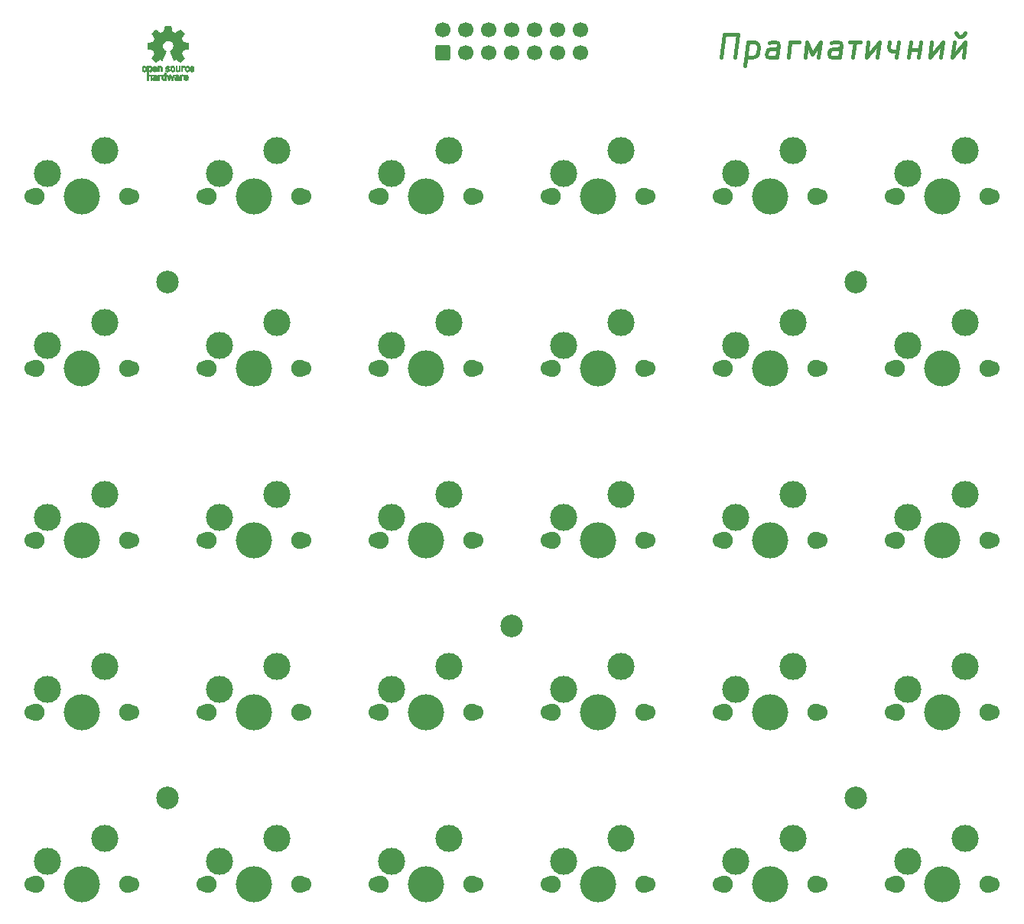
<source format=gts>
%TF.GenerationSoftware,KiCad,Pcbnew,(6.0.5-0)*%
%TF.CreationDate,2022-06-17T10:29:56+08:00*%
%TF.ProjectId,Pragmatic,50726167-6d61-4746-9963-2e6b69636164,3*%
%TF.SameCoordinates,PX9157080PY3680a30*%
%TF.FileFunction,Soldermask,Top*%
%TF.FilePolarity,Negative*%
%FSLAX46Y46*%
G04 Gerber Fmt 4.6, Leading zero omitted, Abs format (unit mm)*
G04 Created by KiCad (PCBNEW (6.0.5-0)) date 2022-06-17 10:29:56*
%MOMM*%
%LPD*%
G01*
G04 APERTURE LIST*
G04 Aperture macros list*
%AMRoundRect*
0 Rectangle with rounded corners*
0 $1 Rounding radius*
0 $2 $3 $4 $5 $6 $7 $8 $9 X,Y pos of 4 corners*
0 Add a 4 corners polygon primitive as box body*
4,1,4,$2,$3,$4,$5,$6,$7,$8,$9,$2,$3,0*
0 Add four circle primitives for the rounded corners*
1,1,$1+$1,$2,$3*
1,1,$1+$1,$4,$5*
1,1,$1+$1,$6,$7*
1,1,$1+$1,$8,$9*
0 Add four rect primitives between the rounded corners*
20,1,$1+$1,$2,$3,$4,$5,0*
20,1,$1+$1,$4,$5,$6,$7,0*
20,1,$1+$1,$6,$7,$8,$9,0*
20,1,$1+$1,$8,$9,$2,$3,0*%
G04 Aperture macros list end*
%ADD10C,0.457200*%
%ADD11C,0.010000*%
%ADD12C,2.500000*%
%ADD13RoundRect,0.250000X0.600000X-0.600000X0.600000X0.600000X-0.600000X0.600000X-0.600000X-0.600000X0*%
%ADD14C,1.700000*%
%ADD15C,4.000000*%
%ADD16C,1.900000*%
%ADD17C,3.000000*%
%ADD18C,1.701800*%
G04 APERTURE END LIST*
D10*
%TO.C,REF\u002A\u002A*%
X-24426078Y15337972D02*
X-24102228Y17928772D01*
X-22621771Y17928772D01*
X-22945621Y15337972D01*
X-21496007Y17065172D02*
X-21819857Y14474372D01*
X-21511428Y16941800D02*
X-21249264Y17065172D01*
X-20755778Y17065172D01*
X-20524457Y16941800D01*
X-20416507Y16818429D01*
X-20323978Y16571686D01*
X-20416507Y15831458D01*
X-20570721Y15584715D01*
X-20709514Y15461343D01*
X-20971678Y15337972D01*
X-21465164Y15337972D01*
X-21696485Y15461343D01*
X-18257507Y15337972D02*
X-18087871Y16695058D01*
X-18180400Y16941800D01*
X-18411721Y17065172D01*
X-18905207Y17065172D01*
X-19167371Y16941800D01*
X-18242085Y15461343D02*
X-18504250Y15337972D01*
X-19121107Y15337972D01*
X-19352428Y15461343D01*
X-19444957Y15708086D01*
X-19414114Y15954829D01*
X-19259900Y16201572D01*
X-18997735Y16324943D01*
X-18380878Y16324943D01*
X-18118714Y16448315D01*
X-17023793Y15337972D02*
X-16807893Y17065172D01*
X-15820921Y17065172D01*
X-15173221Y15337972D02*
X-14957321Y17065172D01*
X-14386728Y15708086D01*
X-13476864Y17065172D01*
X-13692764Y15337972D01*
X-11348707Y15337972D02*
X-11179071Y16695058D01*
X-11271600Y16941800D01*
X-11502921Y17065172D01*
X-11996407Y17065172D01*
X-12258571Y16941800D01*
X-11333285Y15461343D02*
X-11595450Y15337972D01*
X-12212307Y15337972D01*
X-12443628Y15461343D01*
X-12536157Y15708086D01*
X-12505314Y15954829D01*
X-12351100Y16201572D01*
X-12088935Y16324943D01*
X-11472078Y16324943D01*
X-11209914Y16448315D01*
X-10269207Y17065172D02*
X-9035493Y17065172D01*
X-9652350Y17065172D02*
X-9868250Y15337972D01*
X-8171893Y17065172D02*
X-8387793Y15337972D01*
X-6938178Y17065172D01*
X-7154078Y15337972D01*
X-4840864Y17065172D02*
X-5056764Y15337972D01*
X-5827835Y17065172D02*
X-5904943Y16448315D01*
X-5812414Y16201572D01*
X-5581093Y16078200D01*
X-4964235Y16078200D01*
X-3591728Y16201572D02*
X-2481385Y16201572D01*
X-3483778Y17065172D02*
X-3699678Y15337972D01*
X-2373435Y17065172D02*
X-2589335Y15337972D01*
X-1139721Y17065172D02*
X-1355621Y15337972D01*
X93993Y17065172D01*
X-121907Y15337972D01*
X1327707Y17065172D02*
X1111807Y15337972D01*
X2561422Y17065172D01*
X2345522Y15337972D01*
X1574450Y18052143D02*
X1666979Y17805400D01*
X1898300Y17682029D01*
X2145043Y17682029D01*
X2407207Y17805400D01*
X2561422Y18052143D01*
%TO.C,LOGO1*%
G36*
X-84734763Y14216695D02*
G01*
X-84733575Y14124474D01*
X-84729233Y14054427D01*
X-84720572Y14003656D01*
X-84706426Y13969265D01*
X-84685630Y13948358D01*
X-84657020Y13938037D01*
X-84621595Y13935401D01*
X-84584494Y13938355D01*
X-84556312Y13949148D01*
X-84535887Y13970677D01*
X-84522051Y14005838D01*
X-84513639Y14057527D01*
X-84509487Y14128643D01*
X-84508427Y14216695D01*
X-84508427Y14412423D01*
X-84370110Y14412423D01*
X-84370110Y13808858D01*
X-84439268Y13808858D01*
X-84480960Y13810548D01*
X-84502429Y13816481D01*
X-84508427Y13827744D01*
X-84512039Y13837776D01*
X-84526416Y13835654D01*
X-84555394Y13821457D01*
X-84621811Y13799557D01*
X-84692255Y13801109D01*
X-84759753Y13824890D01*
X-84791897Y13843675D01*
X-84816415Y13864015D01*
X-84834326Y13889464D01*
X-84846651Y13923579D01*
X-84854407Y13969916D01*
X-84858614Y14032030D01*
X-84860290Y14113476D01*
X-84860506Y14176459D01*
X-84860506Y14412423D01*
X-84734763Y14412423D01*
X-84734763Y14216695D01*
G37*
D11*
X-84734763Y14216695D02*
X-84733575Y14124474D01*
X-84729233Y14054427D01*
X-84720572Y14003656D01*
X-84706426Y13969265D01*
X-84685630Y13948358D01*
X-84657020Y13938037D01*
X-84621595Y13935401D01*
X-84584494Y13938355D01*
X-84556312Y13949148D01*
X-84535887Y13970677D01*
X-84522051Y14005838D01*
X-84513639Y14057527D01*
X-84509487Y14128643D01*
X-84508427Y14216695D01*
X-84508427Y14412423D01*
X-84370110Y14412423D01*
X-84370110Y13808858D01*
X-84439268Y13808858D01*
X-84480960Y13810548D01*
X-84502429Y13816481D01*
X-84508427Y13827744D01*
X-84512039Y13837776D01*
X-84526416Y13835654D01*
X-84555394Y13821457D01*
X-84621811Y13799557D01*
X-84692255Y13801109D01*
X-84759753Y13824890D01*
X-84791897Y13843675D01*
X-84816415Y13864015D01*
X-84834326Y13889464D01*
X-84846651Y13923579D01*
X-84854407Y13969916D01*
X-84858614Y14032030D01*
X-84860290Y14113476D01*
X-84860506Y14176459D01*
X-84860506Y14412423D01*
X-84734763Y14412423D01*
X-84734763Y14216695D01*
G36*
X-86414664Y13212437D02*
G01*
X-86408514Y13294019D01*
X-86395733Y13355270D01*
X-86374471Y13400551D01*
X-86342878Y13434221D01*
X-86312207Y13453986D01*
X-86269354Y13467880D01*
X-86216056Y13472646D01*
X-86161480Y13468764D01*
X-86114792Y13456718D01*
X-86090124Y13442307D01*
X-86064505Y13419122D01*
X-86064505Y13712227D01*
X-85926188Y13712227D01*
X-85926188Y12857178D01*
X-85995346Y12857178D01*
X-86035488Y12858355D01*
X-86056394Y12863228D01*
X-86063922Y12873814D01*
X-86064505Y12880971D01*
X-86065774Y12895324D01*
X-86073779Y12898077D01*
X-86094815Y12889229D01*
X-86111173Y12880971D01*
X-86173977Y12861403D01*
X-86242248Y12860271D01*
X-86297752Y12874865D01*
X-86349438Y12910123D01*
X-86388838Y12962165D01*
X-86410413Y13023550D01*
X-86410962Y13026982D01*
X-86414167Y13064429D01*
X-86415761Y13118187D01*
X-86415633Y13158845D01*
X-86278279Y13158845D01*
X-86275097Y13104806D01*
X-86267859Y13060265D01*
X-86258060Y13035112D01*
X-86220989Y13000740D01*
X-86176974Y12988418D01*
X-86131584Y12998382D01*
X-86092797Y13028105D01*
X-86078108Y13048095D01*
X-86069519Y13071950D01*
X-86065496Y13106770D01*
X-86064505Y13159070D01*
X-86066278Y13210861D01*
X-86070963Y13256366D01*
X-86077603Y13286819D01*
X-86078710Y13289548D01*
X-86105491Y13322000D01*
X-86144579Y13339817D01*
X-86188315Y13342694D01*
X-86229038Y13330326D01*
X-86259087Y13302407D01*
X-86262204Y13296852D01*
X-86271961Y13262978D01*
X-86277277Y13214272D01*
X-86278279Y13158845D01*
X-86415633Y13158845D01*
X-86415568Y13179460D01*
X-86414664Y13212437D01*
G37*
X-86414664Y13212437D02*
X-86408514Y13294019D01*
X-86395733Y13355270D01*
X-86374471Y13400551D01*
X-86342878Y13434221D01*
X-86312207Y13453986D01*
X-86269354Y13467880D01*
X-86216056Y13472646D01*
X-86161480Y13468764D01*
X-86114792Y13456718D01*
X-86090124Y13442307D01*
X-86064505Y13419122D01*
X-86064505Y13712227D01*
X-85926188Y13712227D01*
X-85926188Y12857178D01*
X-85995346Y12857178D01*
X-86035488Y12858355D01*
X-86056394Y12863228D01*
X-86063922Y12873814D01*
X-86064505Y12880971D01*
X-86065774Y12895324D01*
X-86073779Y12898077D01*
X-86094815Y12889229D01*
X-86111173Y12880971D01*
X-86173977Y12861403D01*
X-86242248Y12860271D01*
X-86297752Y12874865D01*
X-86349438Y12910123D01*
X-86388838Y12962165D01*
X-86410413Y13023550D01*
X-86410962Y13026982D01*
X-86414167Y13064429D01*
X-86415761Y13118187D01*
X-86415633Y13158845D01*
X-86278279Y13158845D01*
X-86275097Y13104806D01*
X-86267859Y13060265D01*
X-86258060Y13035112D01*
X-86220989Y13000740D01*
X-86176974Y12988418D01*
X-86131584Y12998382D01*
X-86092797Y13028105D01*
X-86078108Y13048095D01*
X-86069519Y13071950D01*
X-86065496Y13106770D01*
X-86064505Y13159070D01*
X-86066278Y13210861D01*
X-86070963Y13256366D01*
X-86077603Y13286819D01*
X-86078710Y13289548D01*
X-86105491Y13322000D01*
X-86144579Y13339817D01*
X-86188315Y13342694D01*
X-86229038Y13330326D01*
X-86259087Y13302407D01*
X-86262204Y13296852D01*
X-86271961Y13262978D01*
X-86277277Y13214272D01*
X-86278279Y13158845D01*
X-86415633Y13158845D01*
X-86415568Y13179460D01*
X-86414664Y13212437D01*
G36*
X-85714113Y14414585D02*
G01*
X-85666496Y14405555D01*
X-85617096Y14386667D01*
X-85611818Y14384260D01*
X-85574356Y14364561D01*
X-85548413Y14346256D01*
X-85540027Y14334529D01*
X-85548013Y14315405D01*
X-85567410Y14287187D01*
X-85576020Y14276653D01*
X-85611502Y14235190D01*
X-85657245Y14262179D01*
X-85700780Y14280159D01*
X-85751080Y14289770D01*
X-85799318Y14290377D01*
X-85836663Y14281346D01*
X-85845625Y14275710D01*
X-85862693Y14249866D01*
X-85864767Y14220096D01*
X-85851996Y14196840D01*
X-85844442Y14192329D01*
X-85821805Y14186728D01*
X-85782015Y14180145D01*
X-85732964Y14173854D01*
X-85723915Y14172867D01*
X-85645134Y14159239D01*
X-85587994Y14136091D01*
X-85550100Y14101285D01*
X-85529051Y14052683D01*
X-85522495Y13993319D01*
X-85531553Y13925839D01*
X-85560966Y13872849D01*
X-85610852Y13834254D01*
X-85681330Y13809956D01*
X-85759565Y13800370D01*
X-85823364Y13800485D01*
X-85875114Y13809192D01*
X-85910457Y13821212D01*
X-85955113Y13842157D01*
X-85996383Y13866463D01*
X-86011051Y13877161D01*
X-86048773Y13907953D01*
X-86003278Y13953988D01*
X-85957783Y14000024D01*
X-85906058Y13965794D01*
X-85854178Y13940085D01*
X-85798779Y13926638D01*
X-85745525Y13925219D01*
X-85700081Y13935594D01*
X-85668114Y13957530D01*
X-85657792Y13976039D01*
X-85659341Y14005723D01*
X-85684990Y14028422D01*
X-85734670Y14044097D01*
X-85789099Y14051342D01*
X-85872866Y14065164D01*
X-85935097Y14091241D01*
X-85976623Y14130338D01*
X-85998277Y14183217D01*
X-86001277Y14245911D01*
X-85986459Y14311395D01*
X-85952676Y14360893D01*
X-85899625Y14394629D01*
X-85827004Y14412830D01*
X-85773202Y14416398D01*
X-85714113Y14414585D01*
G37*
X-85714113Y14414585D02*
X-85666496Y14405555D01*
X-85617096Y14386667D01*
X-85611818Y14384260D01*
X-85574356Y14364561D01*
X-85548413Y14346256D01*
X-85540027Y14334529D01*
X-85548013Y14315405D01*
X-85567410Y14287187D01*
X-85576020Y14276653D01*
X-85611502Y14235190D01*
X-85657245Y14262179D01*
X-85700780Y14280159D01*
X-85751080Y14289770D01*
X-85799318Y14290377D01*
X-85836663Y14281346D01*
X-85845625Y14275710D01*
X-85862693Y14249866D01*
X-85864767Y14220096D01*
X-85851996Y14196840D01*
X-85844442Y14192329D01*
X-85821805Y14186728D01*
X-85782015Y14180145D01*
X-85732964Y14173854D01*
X-85723915Y14172867D01*
X-85645134Y14159239D01*
X-85587994Y14136091D01*
X-85550100Y14101285D01*
X-85529051Y14052683D01*
X-85522495Y13993319D01*
X-85531553Y13925839D01*
X-85560966Y13872849D01*
X-85610852Y13834254D01*
X-85681330Y13809956D01*
X-85759565Y13800370D01*
X-85823364Y13800485D01*
X-85875114Y13809192D01*
X-85910457Y13821212D01*
X-85955113Y13842157D01*
X-85996383Y13866463D01*
X-86011051Y13877161D01*
X-86048773Y13907953D01*
X-86003278Y13953988D01*
X-85957783Y14000024D01*
X-85906058Y13965794D01*
X-85854178Y13940085D01*
X-85798779Y13926638D01*
X-85745525Y13925219D01*
X-85700081Y13935594D01*
X-85668114Y13957530D01*
X-85657792Y13976039D01*
X-85659341Y14005723D01*
X-85684990Y14028422D01*
X-85734670Y14044097D01*
X-85789099Y14051342D01*
X-85872866Y14065164D01*
X-85935097Y14091241D01*
X-85976623Y14130338D01*
X-85998277Y14183217D01*
X-86001277Y14245911D01*
X-85986459Y14311395D01*
X-85952676Y14360893D01*
X-85899625Y14394629D01*
X-85827004Y14412830D01*
X-85773202Y14416398D01*
X-85714113Y14414585D01*
G36*
X-84991467Y13135793D02*
G01*
X-84960506Y13174457D01*
X-84941754Y13191173D01*
X-84923397Y13202159D01*
X-84899511Y13208857D01*
X-84864173Y13212711D01*
X-84811461Y13215164D01*
X-84790553Y13215869D01*
X-84659318Y13220158D01*
X-84659510Y13259879D01*
X-84664593Y13301632D01*
X-84682968Y13326879D01*
X-84720091Y13343007D01*
X-84721087Y13343295D01*
X-84773720Y13349637D01*
X-84825224Y13341353D01*
X-84863500Y13321210D01*
X-84878858Y13311264D01*
X-84895400Y13312640D01*
X-84920855Y13327050D01*
X-84935802Y13337220D01*
X-84965039Y13358949D01*
X-84983150Y13375237D01*
X-84986056Y13379900D01*
X-84974090Y13404032D01*
X-84938734Y13432852D01*
X-84923377Y13442576D01*
X-84879229Y13459323D01*
X-84819732Y13468810D01*
X-84753643Y13470942D01*
X-84689719Y13465620D01*
X-84636719Y13452747D01*
X-84621399Y13445927D01*
X-84591702Y13428063D01*
X-84568910Y13407944D01*
X-84552047Y13382075D01*
X-84540132Y13346964D01*
X-84532188Y13299117D01*
X-84527236Y13235041D01*
X-84524299Y13151243D01*
X-84523183Y13095269D01*
X-84519078Y12853215D01*
X-84589198Y12853215D01*
X-84631737Y12854999D01*
X-84653654Y12861095D01*
X-84659318Y12871331D01*
X-84662309Y12882400D01*
X-84675679Y12880283D01*
X-84693897Y12871408D01*
X-84739506Y12857804D01*
X-84798123Y12854138D01*
X-84859776Y12860134D01*
X-84914492Y12875516D01*
X-84919400Y12877651D01*
X-84969407Y12912782D01*
X-85002374Y12961618D01*
X-85017543Y13018704D01*
X-85016384Y13039213D01*
X-84892622Y13039213D01*
X-84881717Y13011612D01*
X-84849385Y12991833D01*
X-84797220Y12981218D01*
X-84769343Y12979809D01*
X-84722883Y12983417D01*
X-84692001Y12997440D01*
X-84684466Y13004106D01*
X-84664054Y13040371D01*
X-84659318Y13073264D01*
X-84659318Y13117274D01*
X-84720617Y13117274D01*
X-84791874Y13113642D01*
X-84841854Y13102219D01*
X-84873434Y13082213D01*
X-84880504Y13073294D01*
X-84892622Y13039213D01*
X-85016384Y13039213D01*
X-85014159Y13078581D01*
X-84991467Y13135793D01*
G37*
X-84991467Y13135793D02*
X-84960506Y13174457D01*
X-84941754Y13191173D01*
X-84923397Y13202159D01*
X-84899511Y13208857D01*
X-84864173Y13212711D01*
X-84811461Y13215164D01*
X-84790553Y13215869D01*
X-84659318Y13220158D01*
X-84659510Y13259879D01*
X-84664593Y13301632D01*
X-84682968Y13326879D01*
X-84720091Y13343007D01*
X-84721087Y13343295D01*
X-84773720Y13349637D01*
X-84825224Y13341353D01*
X-84863500Y13321210D01*
X-84878858Y13311264D01*
X-84895400Y13312640D01*
X-84920855Y13327050D01*
X-84935802Y13337220D01*
X-84965039Y13358949D01*
X-84983150Y13375237D01*
X-84986056Y13379900D01*
X-84974090Y13404032D01*
X-84938734Y13432852D01*
X-84923377Y13442576D01*
X-84879229Y13459323D01*
X-84819732Y13468810D01*
X-84753643Y13470942D01*
X-84689719Y13465620D01*
X-84636719Y13452747D01*
X-84621399Y13445927D01*
X-84591702Y13428063D01*
X-84568910Y13407944D01*
X-84552047Y13382075D01*
X-84540132Y13346964D01*
X-84532188Y13299117D01*
X-84527236Y13235041D01*
X-84524299Y13151243D01*
X-84523183Y13095269D01*
X-84519078Y12853215D01*
X-84589198Y12853215D01*
X-84631737Y12854999D01*
X-84653654Y12861095D01*
X-84659318Y12871331D01*
X-84662309Y12882400D01*
X-84675679Y12880283D01*
X-84693897Y12871408D01*
X-84739506Y12857804D01*
X-84798123Y12854138D01*
X-84859776Y12860134D01*
X-84914492Y12875516D01*
X-84919400Y12877651D01*
X-84969407Y12912782D01*
X-85002374Y12961618D01*
X-85017543Y13018704D01*
X-85016384Y13039213D01*
X-84892622Y13039213D01*
X-84881717Y13011612D01*
X-84849385Y12991833D01*
X-84797220Y12981218D01*
X-84769343Y12979809D01*
X-84722883Y12983417D01*
X-84692001Y12997440D01*
X-84684466Y13004106D01*
X-84664054Y13040371D01*
X-84659318Y13073264D01*
X-84659318Y13117274D01*
X-84720617Y13117274D01*
X-84791874Y13113642D01*
X-84841854Y13102219D01*
X-84873434Y13082213D01*
X-84880504Y13073294D01*
X-84892622Y13039213D01*
X-85016384Y13039213D01*
X-85014159Y13078581D01*
X-84991467Y13135793D01*
G36*
X-85442742Y14260536D02*
G01*
X-85409101Y14328507D01*
X-85359112Y14377373D01*
X-85292774Y14407138D01*
X-85278529Y14410589D01*
X-85192920Y14418692D01*
X-85117368Y14404982D01*
X-85053767Y14370345D01*
X-85004007Y14315665D01*
X-84980562Y14271195D01*
X-84970496Y14231916D01*
X-84963974Y14175921D01*
X-84961179Y14111416D01*
X-84962294Y14046608D01*
X-84967504Y13989703D01*
X-84973589Y13959310D01*
X-84994116Y13917731D01*
X-85029667Y13873569D01*
X-85072511Y13834950D01*
X-85114919Y13810003D01*
X-85115953Y13809607D01*
X-85168577Y13798706D01*
X-85230942Y13798436D01*
X-85290206Y13808361D01*
X-85313090Y13816315D01*
X-85372028Y13849737D01*
X-85414240Y13893526D01*
X-85441974Y13951499D01*
X-85457479Y14027472D01*
X-85460987Y14067266D01*
X-85460540Y14117271D01*
X-85325754Y14117271D01*
X-85321213Y14044305D01*
X-85308144Y13988703D01*
X-85287374Y13953176D01*
X-85272578Y13943017D01*
X-85234666Y13935933D01*
X-85189603Y13938030D01*
X-85150643Y13948225D01*
X-85140426Y13953833D01*
X-85113471Y13986499D01*
X-85095679Y14036492D01*
X-85088106Y14097332D01*
X-85091805Y14162540D01*
X-85100073Y14201784D01*
X-85123810Y14247232D01*
X-85161281Y14275641D01*
X-85206410Y14285464D01*
X-85253119Y14275150D01*
X-85288998Y14249925D01*
X-85307853Y14229112D01*
X-85318858Y14208598D01*
X-85324104Y14180834D01*
X-85325681Y14138275D01*
X-85325754Y14117271D01*
X-85460540Y14117271D01*
X-85460036Y14173457D01*
X-85442742Y14260536D01*
G37*
X-85442742Y14260536D02*
X-85409101Y14328507D01*
X-85359112Y14377373D01*
X-85292774Y14407138D01*
X-85278529Y14410589D01*
X-85192920Y14418692D01*
X-85117368Y14404982D01*
X-85053767Y14370345D01*
X-85004007Y14315665D01*
X-84980562Y14271195D01*
X-84970496Y14231916D01*
X-84963974Y14175921D01*
X-84961179Y14111416D01*
X-84962294Y14046608D01*
X-84967504Y13989703D01*
X-84973589Y13959310D01*
X-84994116Y13917731D01*
X-85029667Y13873569D01*
X-85072511Y13834950D01*
X-85114919Y13810003D01*
X-85115953Y13809607D01*
X-85168577Y13798706D01*
X-85230942Y13798436D01*
X-85290206Y13808361D01*
X-85313090Y13816315D01*
X-85372028Y13849737D01*
X-85414240Y13893526D01*
X-85441974Y13951499D01*
X-85457479Y14027472D01*
X-85460987Y14067266D01*
X-85460540Y14117271D01*
X-85325754Y14117271D01*
X-85321213Y14044305D01*
X-85308144Y13988703D01*
X-85287374Y13953176D01*
X-85272578Y13943017D01*
X-85234666Y13935933D01*
X-85189603Y13938030D01*
X-85150643Y13948225D01*
X-85140426Y13953833D01*
X-85113471Y13986499D01*
X-85095679Y14036492D01*
X-85088106Y14097332D01*
X-85091805Y14162540D01*
X-85100073Y14201784D01*
X-85123810Y14247232D01*
X-85161281Y14275641D01*
X-85206410Y14285464D01*
X-85253119Y14275150D01*
X-85288998Y14249925D01*
X-85307853Y14229112D01*
X-85318858Y14208598D01*
X-85324104Y14180834D01*
X-85325681Y14138275D01*
X-85325754Y14117271D01*
X-85460540Y14117271D01*
X-85460036Y14173457D01*
X-85442742Y14260536D01*
G36*
X-86721486Y13468017D02*
G01*
X-86702669Y13462377D01*
X-86696603Y13449984D01*
X-86696348Y13444390D01*
X-86695259Y13428807D01*
X-86687762Y13426361D01*
X-86667511Y13437044D01*
X-86655481Y13444343D01*
X-86617530Y13459974D01*
X-86572202Y13467703D01*
X-86524674Y13468297D01*
X-86480125Y13462524D01*
X-86443732Y13451153D01*
X-86420673Y13434949D01*
X-86416126Y13414682D01*
X-86418421Y13409194D01*
X-86435150Y13386411D01*
X-86461093Y13358390D01*
X-86465785Y13353860D01*
X-86490513Y13333032D01*
X-86511848Y13326302D01*
X-86541685Y13330999D01*
X-86553638Y13334120D01*
X-86590835Y13341616D01*
X-86616989Y13338245D01*
X-86639076Y13326356D01*
X-86659308Y13310402D01*
X-86674209Y13290337D01*
X-86684564Y13262335D01*
X-86691159Y13222570D01*
X-86694779Y13167214D01*
X-86696208Y13092443D01*
X-86696348Y13047297D01*
X-86696348Y12853215D01*
X-86822090Y12853215D01*
X-86822090Y13469354D01*
X-86759219Y13469354D01*
X-86721486Y13468017D01*
G37*
X-86721486Y13468017D02*
X-86702669Y13462377D01*
X-86696603Y13449984D01*
X-86696348Y13444390D01*
X-86695259Y13428807D01*
X-86687762Y13426361D01*
X-86667511Y13437044D01*
X-86655481Y13444343D01*
X-86617530Y13459974D01*
X-86572202Y13467703D01*
X-86524674Y13468297D01*
X-86480125Y13462524D01*
X-86443732Y13451153D01*
X-86420673Y13434949D01*
X-86416126Y13414682D01*
X-86418421Y13409194D01*
X-86435150Y13386411D01*
X-86461093Y13358390D01*
X-86465785Y13353860D01*
X-86490513Y13333032D01*
X-86511848Y13326302D01*
X-86541685Y13330999D01*
X-86553638Y13334120D01*
X-86590835Y13341616D01*
X-86616989Y13338245D01*
X-86639076Y13326356D01*
X-86659308Y13310402D01*
X-86674209Y13290337D01*
X-86684564Y13262335D01*
X-86691159Y13222570D01*
X-86694779Y13167214D01*
X-86696208Y13092443D01*
X-86696348Y13047297D01*
X-86696348Y12853215D01*
X-86822090Y12853215D01*
X-86822090Y13469354D01*
X-86759219Y13469354D01*
X-86721486Y13468017D01*
G36*
X-87408840Y13147192D02*
G01*
X-87365078Y13189390D01*
X-87359029Y13193229D01*
X-87333037Y13205728D01*
X-87300865Y13213297D01*
X-87255890Y13216976D01*
X-87202461Y13217821D01*
X-87086150Y13217868D01*
X-87086150Y13266626D01*
X-87091083Y13304456D01*
X-87103673Y13329801D01*
X-87105147Y13331150D01*
X-87133164Y13342237D01*
X-87175456Y13346534D01*
X-87222194Y13344422D01*
X-87263548Y13336281D01*
X-87288087Y13324072D01*
X-87301383Y13314291D01*
X-87315424Y13312424D01*
X-87334801Y13320437D01*
X-87364106Y13340298D01*
X-87407933Y13373974D01*
X-87411955Y13377128D01*
X-87409894Y13388801D01*
X-87392698Y13408215D01*
X-87366563Y13429789D01*
X-87337682Y13447941D01*
X-87328608Y13452228D01*
X-87295510Y13460781D01*
X-87247010Y13466882D01*
X-87192825Y13469329D01*
X-87190291Y13469334D01*
X-87112340Y13464482D01*
X-87053185Y13448698D01*
X-87008153Y13420089D01*
X-86976376Y13382618D01*
X-86966496Y13366626D01*
X-86959203Y13349874D01*
X-86954104Y13328445D01*
X-86950809Y13298421D01*
X-86948927Y13255883D01*
X-86948067Y13196915D01*
X-86947837Y13117597D01*
X-86947833Y13096553D01*
X-86947833Y12853215D01*
X-87008189Y12853215D01*
X-87046687Y12855911D01*
X-87075153Y12862742D01*
X-87082285Y12866954D01*
X-87101782Y12874224D01*
X-87121696Y12866954D01*
X-87154483Y12857877D01*
X-87202108Y12854224D01*
X-87254894Y12855809D01*
X-87303166Y12862448D01*
X-87331348Y12870965D01*
X-87385883Y12905974D01*
X-87419965Y12954558D01*
X-87435287Y13019155D01*
X-87435429Y13020814D01*
X-87434085Y13049471D01*
X-87312486Y13049471D01*
X-87301856Y13016876D01*
X-87284540Y12998532D01*
X-87249782Y12984658D01*
X-87203903Y12979120D01*
X-87157118Y12981846D01*
X-87119644Y12992763D01*
X-87109145Y12999768D01*
X-87090798Y13032133D01*
X-87086150Y13068926D01*
X-87086150Y13117274D01*
X-87155712Y13117274D01*
X-87221797Y13112187D01*
X-87271894Y13097774D01*
X-87303059Y13075308D01*
X-87312486Y13049471D01*
X-87434085Y13049471D01*
X-87432117Y13091390D01*
X-87408840Y13147192D01*
G37*
X-87408840Y13147192D02*
X-87365078Y13189390D01*
X-87359029Y13193229D01*
X-87333037Y13205728D01*
X-87300865Y13213297D01*
X-87255890Y13216976D01*
X-87202461Y13217821D01*
X-87086150Y13217868D01*
X-87086150Y13266626D01*
X-87091083Y13304456D01*
X-87103673Y13329801D01*
X-87105147Y13331150D01*
X-87133164Y13342237D01*
X-87175456Y13346534D01*
X-87222194Y13344422D01*
X-87263548Y13336281D01*
X-87288087Y13324072D01*
X-87301383Y13314291D01*
X-87315424Y13312424D01*
X-87334801Y13320437D01*
X-87364106Y13340298D01*
X-87407933Y13373974D01*
X-87411955Y13377128D01*
X-87409894Y13388801D01*
X-87392698Y13408215D01*
X-87366563Y13429789D01*
X-87337682Y13447941D01*
X-87328608Y13452228D01*
X-87295510Y13460781D01*
X-87247010Y13466882D01*
X-87192825Y13469329D01*
X-87190291Y13469334D01*
X-87112340Y13464482D01*
X-87053185Y13448698D01*
X-87008153Y13420089D01*
X-86976376Y13382618D01*
X-86966496Y13366626D01*
X-86959203Y13349874D01*
X-86954104Y13328445D01*
X-86950809Y13298421D01*
X-86948927Y13255883D01*
X-86948067Y13196915D01*
X-86947837Y13117597D01*
X-86947833Y13096553D01*
X-86947833Y12853215D01*
X-87008189Y12853215D01*
X-87046687Y12855911D01*
X-87075153Y12862742D01*
X-87082285Y12866954D01*
X-87101782Y12874224D01*
X-87121696Y12866954D01*
X-87154483Y12857877D01*
X-87202108Y12854224D01*
X-87254894Y12855809D01*
X-87303166Y12862448D01*
X-87331348Y12870965D01*
X-87385883Y12905974D01*
X-87419965Y12954558D01*
X-87435287Y13019155D01*
X-87435429Y13020814D01*
X-87434085Y13049471D01*
X-87312486Y13049471D01*
X-87301856Y13016876D01*
X-87284540Y12998532D01*
X-87249782Y12984658D01*
X-87203903Y12979120D01*
X-87157118Y12981846D01*
X-87119644Y12992763D01*
X-87109145Y12999768D01*
X-87090798Y13032133D01*
X-87086150Y13068926D01*
X-87086150Y13117274D01*
X-87155712Y13117274D01*
X-87221797Y13112187D01*
X-87271894Y13097774D01*
X-87303059Y13075308D01*
X-87312486Y13049471D01*
X-87434085Y13049471D01*
X-87432117Y13091390D01*
X-87408840Y13147192D01*
G36*
X-87394168Y14311012D02*
G01*
X-87361937Y14350398D01*
X-87302347Y14393106D01*
X-87232298Y14415928D01*
X-87157791Y14417991D01*
X-87084829Y14398423D01*
X-87072298Y14392523D01*
X-87028929Y14360754D01*
X-86987920Y14314391D01*
X-86957298Y14263341D01*
X-86948589Y14239871D01*
X-86940642Y14197946D01*
X-86935904Y14147280D01*
X-86935329Y14126358D01*
X-86935259Y14060344D01*
X-87315213Y14060344D01*
X-87307113Y14025764D01*
X-87287234Y13984867D01*
X-87252477Y13949523D01*
X-87211128Y13926755D01*
X-87184779Y13922027D01*
X-87149046Y13927764D01*
X-87106412Y13942155D01*
X-87091929Y13948775D01*
X-87038370Y13975524D01*
X-86992663Y13940661D01*
X-86966288Y13917082D01*
X-86952254Y13897620D01*
X-86951544Y13891908D01*
X-86964081Y13878064D01*
X-86991558Y13857025D01*
X-87016496Y13840612D01*
X-87083794Y13811107D01*
X-87159240Y13797753D01*
X-87234018Y13801225D01*
X-87293625Y13819374D01*
X-87355071Y13858253D01*
X-87398738Y13909442D01*
X-87426056Y13975670D01*
X-87438452Y14059666D01*
X-87439551Y14098101D01*
X-87435152Y14186176D01*
X-87434612Y14188738D01*
X-87308712Y14188738D01*
X-87305245Y14180479D01*
X-87290993Y14175924D01*
X-87261600Y14173972D01*
X-87212705Y14173520D01*
X-87193878Y14173512D01*
X-87136597Y14174194D01*
X-87100271Y14176673D01*
X-87080734Y14181594D01*
X-87073820Y14189603D01*
X-87073575Y14192175D01*
X-87081466Y14212614D01*
X-87101215Y14241248D01*
X-87109705Y14251274D01*
X-87141224Y14279629D01*
X-87174079Y14290778D01*
X-87191781Y14291710D01*
X-87239669Y14280056D01*
X-87279829Y14248752D01*
X-87305303Y14203285D01*
X-87305755Y14201804D01*
X-87308712Y14188738D01*
X-87434612Y14188738D01*
X-87420522Y14255527D01*
X-87394168Y14311012D01*
G37*
X-87394168Y14311012D02*
X-87361937Y14350398D01*
X-87302347Y14393106D01*
X-87232298Y14415928D01*
X-87157791Y14417991D01*
X-87084829Y14398423D01*
X-87072298Y14392523D01*
X-87028929Y14360754D01*
X-86987920Y14314391D01*
X-86957298Y14263341D01*
X-86948589Y14239871D01*
X-86940642Y14197946D01*
X-86935904Y14147280D01*
X-86935329Y14126358D01*
X-86935259Y14060344D01*
X-87315213Y14060344D01*
X-87307113Y14025764D01*
X-87287234Y13984867D01*
X-87252477Y13949523D01*
X-87211128Y13926755D01*
X-87184779Y13922027D01*
X-87149046Y13927764D01*
X-87106412Y13942155D01*
X-87091929Y13948775D01*
X-87038370Y13975524D01*
X-86992663Y13940661D01*
X-86966288Y13917082D01*
X-86952254Y13897620D01*
X-86951544Y13891908D01*
X-86964081Y13878064D01*
X-86991558Y13857025D01*
X-87016496Y13840612D01*
X-87083794Y13811107D01*
X-87159240Y13797753D01*
X-87234018Y13801225D01*
X-87293625Y13819374D01*
X-87355071Y13858253D01*
X-87398738Y13909442D01*
X-87426056Y13975670D01*
X-87438452Y14059666D01*
X-87439551Y14098101D01*
X-87435152Y14186176D01*
X-87434612Y14188738D01*
X-87308712Y14188738D01*
X-87305245Y14180479D01*
X-87290993Y14175924D01*
X-87261600Y14173972D01*
X-87212705Y14173520D01*
X-87193878Y14173512D01*
X-87136597Y14174194D01*
X-87100271Y14176673D01*
X-87080734Y14181594D01*
X-87073820Y14189603D01*
X-87073575Y14192175D01*
X-87081466Y14212614D01*
X-87101215Y14241248D01*
X-87109705Y14251274D01*
X-87141224Y14279629D01*
X-87174079Y14290778D01*
X-87191781Y14291710D01*
X-87239669Y14280056D01*
X-87279829Y14248752D01*
X-87305303Y14203285D01*
X-87305755Y14201804D01*
X-87308712Y14188738D01*
X-87434612Y14188738D01*
X-87420522Y14255527D01*
X-87394168Y14311012D01*
G36*
X-83928670Y14413007D02*
G01*
X-83885419Y14399792D01*
X-83857572Y14383096D01*
X-83848501Y14369892D01*
X-83850998Y14354240D01*
X-83867199Y14329652D01*
X-83880898Y14312237D01*
X-83909138Y14280754D01*
X-83930355Y14267508D01*
X-83948442Y14268373D01*
X-84002095Y14282027D01*
X-84041500Y14281407D01*
X-84073498Y14265933D01*
X-84084240Y14256876D01*
X-84118625Y14225010D01*
X-84118625Y13808858D01*
X-84256942Y13808858D01*
X-84256942Y14412423D01*
X-84187783Y14412423D01*
X-84146261Y14410781D01*
X-84124839Y14404950D01*
X-84118628Y14393576D01*
X-84118625Y14393239D01*
X-84115691Y14381324D01*
X-84102426Y14382878D01*
X-84084046Y14391474D01*
X-84046084Y14407469D01*
X-84015258Y14417092D01*
X-83975594Y14419559D01*
X-83928670Y14413007D01*
G37*
X-83928670Y14413007D02*
X-83885419Y14399792D01*
X-83857572Y14383096D01*
X-83848501Y14369892D01*
X-83850998Y14354240D01*
X-83867199Y14329652D01*
X-83880898Y14312237D01*
X-83909138Y14280754D01*
X-83930355Y14267508D01*
X-83948442Y14268373D01*
X-84002095Y14282027D01*
X-84041500Y14281407D01*
X-84073498Y14265933D01*
X-84084240Y14256876D01*
X-84118625Y14225010D01*
X-84118625Y13808858D01*
X-84256942Y13808858D01*
X-84256942Y14412423D01*
X-84187783Y14412423D01*
X-84146261Y14410781D01*
X-84124839Y14404950D01*
X-84118628Y14393576D01*
X-84118625Y14393239D01*
X-84115691Y14381324D01*
X-84102426Y14382878D01*
X-84084046Y14391474D01*
X-84046084Y14407469D01*
X-84015258Y14417092D01*
X-83975594Y14419559D01*
X-83928670Y14413007D01*
G36*
X-83299432Y14306846D02*
G01*
X-83253429Y14362258D01*
X-83195309Y14400028D01*
X-83126950Y14418141D01*
X-83050232Y14414580D01*
X-83018034Y14406758D01*
X-82956305Y14378116D01*
X-82903520Y14334370D01*
X-82866989Y14281920D01*
X-82861970Y14270144D01*
X-82855085Y14239297D01*
X-82850266Y14193666D01*
X-82848625Y14147545D01*
X-82848625Y14060344D01*
X-83030952Y14060344D01*
X-83106151Y14060059D01*
X-83159127Y14058333D01*
X-83192805Y14053856D01*
X-83210110Y14045317D01*
X-83213967Y14031407D01*
X-83207301Y14010815D01*
X-83195360Y13986722D01*
X-83162050Y13946512D01*
X-83115762Y13926479D01*
X-83059186Y13927132D01*
X-82995099Y13948936D01*
X-82939713Y13975844D01*
X-82893755Y13939505D01*
X-82847797Y13903165D01*
X-82891034Y13863218D01*
X-82948756Y13825474D01*
X-83019744Y13802717D01*
X-83096101Y13796349D01*
X-83169931Y13807769D01*
X-83181843Y13811644D01*
X-83246731Y13845531D01*
X-83295000Y13896051D01*
X-83327665Y13964712D01*
X-83345745Y14053023D01*
X-83345955Y14054916D01*
X-83347574Y14151159D01*
X-83341030Y14185495D01*
X-83213278Y14185495D01*
X-83201546Y14180215D01*
X-83169692Y14176170D01*
X-83122733Y14173861D01*
X-83092976Y14173512D01*
X-83037482Y14173731D01*
X-83002784Y14175121D01*
X-82984529Y14178786D01*
X-82978364Y14185827D01*
X-82979935Y14197347D01*
X-82981252Y14201804D01*
X-83003748Y14243682D01*
X-83039127Y14277433D01*
X-83070350Y14292264D01*
X-83111829Y14291369D01*
X-83153861Y14272873D01*
X-83189118Y14242251D01*
X-83210276Y14204975D01*
X-83213278Y14185495D01*
X-83341030Y14185495D01*
X-83331440Y14235808D01*
X-83299432Y14306846D01*
G37*
X-83299432Y14306846D02*
X-83253429Y14362258D01*
X-83195309Y14400028D01*
X-83126950Y14418141D01*
X-83050232Y14414580D01*
X-83018034Y14406758D01*
X-82956305Y14378116D01*
X-82903520Y14334370D01*
X-82866989Y14281920D01*
X-82861970Y14270144D01*
X-82855085Y14239297D01*
X-82850266Y14193666D01*
X-82848625Y14147545D01*
X-82848625Y14060344D01*
X-83030952Y14060344D01*
X-83106151Y14060059D01*
X-83159127Y14058333D01*
X-83192805Y14053856D01*
X-83210110Y14045317D01*
X-83213967Y14031407D01*
X-83207301Y14010815D01*
X-83195360Y13986722D01*
X-83162050Y13946512D01*
X-83115762Y13926479D01*
X-83059186Y13927132D01*
X-82995099Y13948936D01*
X-82939713Y13975844D01*
X-82893755Y13939505D01*
X-82847797Y13903165D01*
X-82891034Y13863218D01*
X-82948756Y13825474D01*
X-83019744Y13802717D01*
X-83096101Y13796349D01*
X-83169931Y13807769D01*
X-83181843Y13811644D01*
X-83246731Y13845531D01*
X-83295000Y13896051D01*
X-83327665Y13964712D01*
X-83345745Y14053023D01*
X-83345955Y14054916D01*
X-83347574Y14151159D01*
X-83341030Y14185495D01*
X-83213278Y14185495D01*
X-83201546Y14180215D01*
X-83169692Y14176170D01*
X-83122733Y14173861D01*
X-83092976Y14173512D01*
X-83037482Y14173731D01*
X-83002784Y14175121D01*
X-82984529Y14178786D01*
X-82978364Y14185827D01*
X-82979935Y14197347D01*
X-82981252Y14201804D01*
X-83003748Y14243682D01*
X-83039127Y14277433D01*
X-83070350Y14292264D01*
X-83111829Y14291369D01*
X-83153861Y14272873D01*
X-83189118Y14242251D01*
X-83210276Y14204975D01*
X-83213278Y14185495D01*
X-83341030Y14185495D01*
X-83331440Y14235808D01*
X-83299432Y14306846D01*
G36*
X-83964075Y13340088D02*
G01*
X-83927660Y13399774D01*
X-83875833Y13440488D01*
X-83808140Y13462858D01*
X-83771468Y13467166D01*
X-83695549Y13466067D01*
X-83635445Y13450440D01*
X-83585109Y13418189D01*
X-83560737Y13394097D01*
X-83520785Y13337142D01*
X-83497888Y13271072D01*
X-83490022Y13189855D01*
X-83489982Y13183289D01*
X-83489912Y13117274D01*
X-83869866Y13117274D01*
X-83861767Y13082695D01*
X-83847143Y13051378D01*
X-83821549Y13018746D01*
X-83816195Y13013537D01*
X-83770187Y12985343D01*
X-83717720Y12980562D01*
X-83657327Y12999111D01*
X-83647090Y13004106D01*
X-83615691Y13019292D01*
X-83594660Y13027943D01*
X-83590991Y13028744D01*
X-83578182Y13020974D01*
X-83553752Y13001965D01*
X-83541351Y12991577D01*
X-83515654Y12967716D01*
X-83507215Y12951960D01*
X-83513072Y12937466D01*
X-83516202Y12933503D01*
X-83537405Y12916158D01*
X-83572392Y12895078D01*
X-83596793Y12882772D01*
X-83666058Y12861091D01*
X-83742742Y12854066D01*
X-83815365Y12862390D01*
X-83835704Y12868351D01*
X-83898654Y12902085D01*
X-83945315Y12953992D01*
X-83975957Y13024578D01*
X-83990848Y13114345D01*
X-83992483Y13161284D01*
X-83987709Y13229624D01*
X-83867140Y13229624D01*
X-83855478Y13224572D01*
X-83824132Y13220608D01*
X-83778559Y13218269D01*
X-83747684Y13217868D01*
X-83692149Y13218254D01*
X-83657097Y13220062D01*
X-83637868Y13224264D01*
X-83629800Y13231834D01*
X-83628229Y13242819D01*
X-83639009Y13276656D01*
X-83666150Y13310097D01*
X-83701853Y13335765D01*
X-83737570Y13346265D01*
X-83786082Y13336951D01*
X-83828077Y13310024D01*
X-83857194Y13271210D01*
X-83867140Y13229624D01*
X-83987709Y13229624D01*
X-83985531Y13260801D01*
X-83964075Y13340088D01*
G37*
X-83964075Y13340088D02*
X-83927660Y13399774D01*
X-83875833Y13440488D01*
X-83808140Y13462858D01*
X-83771468Y13467166D01*
X-83695549Y13466067D01*
X-83635445Y13450440D01*
X-83585109Y13418189D01*
X-83560737Y13394097D01*
X-83520785Y13337142D01*
X-83497888Y13271072D01*
X-83490022Y13189855D01*
X-83489982Y13183289D01*
X-83489912Y13117274D01*
X-83869866Y13117274D01*
X-83861767Y13082695D01*
X-83847143Y13051378D01*
X-83821549Y13018746D01*
X-83816195Y13013537D01*
X-83770187Y12985343D01*
X-83717720Y12980562D01*
X-83657327Y12999111D01*
X-83647090Y13004106D01*
X-83615691Y13019292D01*
X-83594660Y13027943D01*
X-83590991Y13028744D01*
X-83578182Y13020974D01*
X-83553752Y13001965D01*
X-83541351Y12991577D01*
X-83515654Y12967716D01*
X-83507215Y12951960D01*
X-83513072Y12937466D01*
X-83516202Y12933503D01*
X-83537405Y12916158D01*
X-83572392Y12895078D01*
X-83596793Y12882772D01*
X-83666058Y12861091D01*
X-83742742Y12854066D01*
X-83815365Y12862390D01*
X-83835704Y12868351D01*
X-83898654Y12902085D01*
X-83945315Y12953992D01*
X-83975957Y13024578D01*
X-83990848Y13114345D01*
X-83992483Y13161284D01*
X-83987709Y13229624D01*
X-83867140Y13229624D01*
X-83855478Y13224572D01*
X-83824132Y13220608D01*
X-83778559Y13218269D01*
X-83747684Y13217868D01*
X-83692149Y13218254D01*
X-83657097Y13220062D01*
X-83637868Y13224264D01*
X-83629800Y13231834D01*
X-83628229Y13242819D01*
X-83639009Y13276656D01*
X-83666150Y13310097D01*
X-83701853Y13335765D01*
X-83737570Y13346265D01*
X-83786082Y13336951D01*
X-83828077Y13310024D01*
X-83857194Y13271210D01*
X-83867140Y13229624D01*
X-83987709Y13229624D01*
X-83985531Y13260801D01*
X-83964075Y13340088D01*
G36*
X-86482142Y14402035D02*
G01*
X-86450847Y14387087D01*
X-86420539Y14365496D01*
X-86397448Y14340646D01*
X-86380630Y14308950D01*
X-86369136Y14266823D01*
X-86362021Y14210679D01*
X-86358337Y14136931D01*
X-86357138Y14041993D01*
X-86357119Y14032052D01*
X-86356843Y13808858D01*
X-86495160Y13808858D01*
X-86495160Y14014619D01*
X-86495258Y14090848D01*
X-86495939Y14146098D01*
X-86497781Y14184536D01*
X-86501363Y14210331D01*
X-86507262Y14227653D01*
X-86516057Y14240669D01*
X-86528310Y14253530D01*
X-86571177Y14281164D01*
X-86617973Y14286292D01*
X-86662554Y14268820D01*
X-86678058Y14255816D01*
X-86689440Y14243590D01*
X-86697611Y14230497D01*
X-86703104Y14212422D01*
X-86706450Y14185250D01*
X-86708181Y14144867D01*
X-86708827Y14087158D01*
X-86708922Y14016905D01*
X-86708922Y13808858D01*
X-86847239Y13808858D01*
X-86847239Y14412423D01*
X-86778080Y14412423D01*
X-86736558Y14410781D01*
X-86715136Y14404950D01*
X-86708925Y14393576D01*
X-86708922Y14393239D01*
X-86706040Y14382099D01*
X-86693329Y14383363D01*
X-86668056Y14395603D01*
X-86610735Y14413613D01*
X-86545167Y14415616D01*
X-86482142Y14402035D01*
G37*
X-86482142Y14402035D02*
X-86450847Y14387087D01*
X-86420539Y14365496D01*
X-86397448Y14340646D01*
X-86380630Y14308950D01*
X-86369136Y14266823D01*
X-86362021Y14210679D01*
X-86358337Y14136931D01*
X-86357138Y14041993D01*
X-86357119Y14032052D01*
X-86356843Y13808858D01*
X-86495160Y13808858D01*
X-86495160Y14014619D01*
X-86495258Y14090848D01*
X-86495939Y14146098D01*
X-86497781Y14184536D01*
X-86501363Y14210331D01*
X-86507262Y14227653D01*
X-86516057Y14240669D01*
X-86528310Y14253530D01*
X-86571177Y14281164D01*
X-86617973Y14286292D01*
X-86662554Y14268820D01*
X-86678058Y14255816D01*
X-86689440Y14243590D01*
X-86697611Y14230497D01*
X-86703104Y14212422D01*
X-86706450Y14185250D01*
X-86708181Y14144867D01*
X-86708827Y14087158D01*
X-86708922Y14016905D01*
X-86708922Y13808858D01*
X-86847239Y13808858D01*
X-86847239Y14412423D01*
X-86778080Y14412423D01*
X-86736558Y14410781D01*
X-86715136Y14404950D01*
X-86708925Y14393576D01*
X-86708922Y14393239D01*
X-86706040Y14382099D01*
X-86693329Y14383363D01*
X-86668056Y14395603D01*
X-86610735Y14413613D01*
X-86545167Y14415616D01*
X-86482142Y14402035D01*
G36*
X-83510904Y14407157D02*
G01*
X-83438050Y14376207D01*
X-83415103Y14361142D01*
X-83385776Y14337989D01*
X-83367366Y14319784D01*
X-83364169Y14313854D01*
X-83373195Y14300697D01*
X-83396293Y14278370D01*
X-83414786Y14262787D01*
X-83465402Y14222111D01*
X-83505370Y14255742D01*
X-83536256Y14277453D01*
X-83566371Y14284947D01*
X-83600838Y14283117D01*
X-83655569Y14269509D01*
X-83693244Y14241265D01*
X-83716139Y14195604D01*
X-83726533Y14129748D01*
X-83726535Y14129706D01*
X-83725636Y14056098D01*
X-83711667Y14002091D01*
X-83683802Y13965321D01*
X-83664805Y13952869D01*
X-83614354Y13937364D01*
X-83560467Y13937354D01*
X-83513584Y13952399D01*
X-83502486Y13959750D01*
X-83474654Y13978526D01*
X-83452894Y13981603D01*
X-83429426Y13967628D01*
X-83403481Y13942527D01*
X-83362414Y13900157D01*
X-83408009Y13862573D01*
X-83478456Y13820155D01*
X-83557897Y13799252D01*
X-83640915Y13800765D01*
X-83695436Y13814626D01*
X-83759160Y13848902D01*
X-83810125Y13902825D01*
X-83833279Y13940888D01*
X-83852031Y13995501D01*
X-83861415Y14064668D01*
X-83861487Y14139630D01*
X-83852306Y14211628D01*
X-83833931Y14271900D01*
X-83831037Y14278079D01*
X-83788178Y14338686D01*
X-83730151Y14382813D01*
X-83661539Y14409544D01*
X-83586929Y14417964D01*
X-83510904Y14407157D01*
G37*
X-83510904Y14407157D02*
X-83438050Y14376207D01*
X-83415103Y14361142D01*
X-83385776Y14337989D01*
X-83367366Y14319784D01*
X-83364169Y14313854D01*
X-83373195Y14300697D01*
X-83396293Y14278370D01*
X-83414786Y14262787D01*
X-83465402Y14222111D01*
X-83505370Y14255742D01*
X-83536256Y14277453D01*
X-83566371Y14284947D01*
X-83600838Y14283117D01*
X-83655569Y14269509D01*
X-83693244Y14241265D01*
X-83716139Y14195604D01*
X-83726533Y14129748D01*
X-83726535Y14129706D01*
X-83725636Y14056098D01*
X-83711667Y14002091D01*
X-83683802Y13965321D01*
X-83664805Y13952869D01*
X-83614354Y13937364D01*
X-83560467Y13937354D01*
X-83513584Y13952399D01*
X-83502486Y13959750D01*
X-83474654Y13978526D01*
X-83452894Y13981603D01*
X-83429426Y13967628D01*
X-83403481Y13942527D01*
X-83362414Y13900157D01*
X-83408009Y13862573D01*
X-83478456Y13820155D01*
X-83557897Y13799252D01*
X-83640915Y13800765D01*
X-83695436Y13814626D01*
X-83759160Y13848902D01*
X-83810125Y13902825D01*
X-83833279Y13940888D01*
X-83852031Y13995501D01*
X-83861415Y14064668D01*
X-83861487Y14139630D01*
X-83852306Y14211628D01*
X-83833931Y14271900D01*
X-83831037Y14278079D01*
X-83788178Y14338686D01*
X-83730151Y14382813D01*
X-83661539Y14409544D01*
X-83586929Y14417964D01*
X-83510904Y14407157D01*
G36*
X-84092875Y13469551D02*
G01*
X-84044535Y13460022D01*
X-84017016Y13445912D01*
X-83988066Y13422469D01*
X-84029254Y13370466D01*
X-84054648Y13338973D01*
X-84071892Y13323609D01*
X-84089028Y13321261D01*
X-84114103Y13328820D01*
X-84125873Y13333096D01*
X-84173860Y13339406D01*
X-84217806Y13325881D01*
X-84250070Y13295327D01*
X-84255311Y13285585D01*
X-84261018Y13259779D01*
X-84265424Y13212220D01*
X-84268319Y13146279D01*
X-84269499Y13065327D01*
X-84269516Y13053811D01*
X-84269516Y12853215D01*
X-84407833Y12853215D01*
X-84407833Y13469354D01*
X-84338674Y13469354D01*
X-84298797Y13468312D01*
X-84278023Y13463679D01*
X-84270341Y13453188D01*
X-84269516Y13443292D01*
X-84269516Y13417231D01*
X-84236385Y13443292D01*
X-84198395Y13461072D01*
X-84147360Y13469863D01*
X-84092875Y13469551D01*
G37*
X-84092875Y13469551D02*
X-84044535Y13460022D01*
X-84017016Y13445912D01*
X-83988066Y13422469D01*
X-84029254Y13370466D01*
X-84054648Y13338973D01*
X-84071892Y13323609D01*
X-84089028Y13321261D01*
X-84114103Y13328820D01*
X-84125873Y13333096D01*
X-84173860Y13339406D01*
X-84217806Y13325881D01*
X-84250070Y13295327D01*
X-84255311Y13285585D01*
X-84261018Y13259779D01*
X-84265424Y13212220D01*
X-84268319Y13146279D01*
X-84269499Y13065327D01*
X-84269516Y13053811D01*
X-84269516Y12853215D01*
X-84407833Y12853215D01*
X-84407833Y13469354D01*
X-84338674Y13469354D01*
X-84298797Y13468312D01*
X-84278023Y13463679D01*
X-84270341Y13453188D01*
X-84269516Y13443292D01*
X-84269516Y13417231D01*
X-84236385Y13443292D01*
X-84198395Y13461072D01*
X-84147360Y13469863D01*
X-84092875Y13469551D01*
G36*
X-88592078Y14212981D02*
G01*
X-88584492Y14257030D01*
X-88570811Y14291789D01*
X-88549995Y14322486D01*
X-88542277Y14331601D01*
X-88494019Y14377016D01*
X-88442258Y14403544D01*
X-88378958Y14414658D01*
X-88348091Y14415566D01*
X-88266391Y14405889D01*
X-88200609Y14376806D01*
X-88150670Y14328244D01*
X-88116504Y14260129D01*
X-88098037Y14172386D01*
X-88096713Y14158686D01*
X-88095676Y14062098D01*
X-88109123Y13977435D01*
X-88136238Y13908816D01*
X-88150757Y13886743D01*
X-88201331Y13840026D01*
X-88265739Y13809769D01*
X-88337796Y13797213D01*
X-88411315Y13803598D01*
X-88467202Y13823265D01*
X-88515262Y13856408D01*
X-88554542Y13899862D01*
X-88555222Y13900879D01*
X-88571174Y13927699D01*
X-88581540Y13954669D01*
X-88587818Y13988705D01*
X-88591503Y14036727D01*
X-88593127Y14076106D01*
X-88593802Y14111818D01*
X-88468085Y14111818D01*
X-88466856Y14076267D01*
X-88462396Y14028943D01*
X-88454527Y13998572D01*
X-88440337Y13976965D01*
X-88427047Y13964343D01*
X-88379932Y13937915D01*
X-88330635Y13934384D01*
X-88284723Y13953398D01*
X-88261768Y13974706D01*
X-88245226Y13996178D01*
X-88235551Y14016724D01*
X-88231304Y14043463D01*
X-88231050Y14083514D01*
X-88232358Y14120399D01*
X-88235173Y14173090D01*
X-88239635Y14207265D01*
X-88247678Y14229557D01*
X-88261233Y14246595D01*
X-88271975Y14256334D01*
X-88316907Y14281914D01*
X-88365379Y14283190D01*
X-88406024Y14268038D01*
X-88440697Y14236395D01*
X-88461354Y14184417D01*
X-88468085Y14111818D01*
X-88593802Y14111818D01*
X-88594609Y14154416D01*
X-88592078Y14212981D01*
G37*
X-88592078Y14212981D02*
X-88584492Y14257030D01*
X-88570811Y14291789D01*
X-88549995Y14322486D01*
X-88542277Y14331601D01*
X-88494019Y14377016D01*
X-88442258Y14403544D01*
X-88378958Y14414658D01*
X-88348091Y14415566D01*
X-88266391Y14405889D01*
X-88200609Y14376806D01*
X-88150670Y14328244D01*
X-88116504Y14260129D01*
X-88098037Y14172386D01*
X-88096713Y14158686D01*
X-88095676Y14062098D01*
X-88109123Y13977435D01*
X-88136238Y13908816D01*
X-88150757Y13886743D01*
X-88201331Y13840026D01*
X-88265739Y13809769D01*
X-88337796Y13797213D01*
X-88411315Y13803598D01*
X-88467202Y13823265D01*
X-88515262Y13856408D01*
X-88554542Y13899862D01*
X-88555222Y13900879D01*
X-88571174Y13927699D01*
X-88581540Y13954669D01*
X-88587818Y13988705D01*
X-88591503Y14036727D01*
X-88593127Y14076106D01*
X-88593802Y14111818D01*
X-88468085Y14111818D01*
X-88466856Y14076267D01*
X-88462396Y14028943D01*
X-88454527Y13998572D01*
X-88440337Y13976965D01*
X-88427047Y13964343D01*
X-88379932Y13937915D01*
X-88330635Y13934384D01*
X-88284723Y13953398D01*
X-88261768Y13974706D01*
X-88245226Y13996178D01*
X-88235551Y14016724D01*
X-88231304Y14043463D01*
X-88231050Y14083514D01*
X-88232358Y14120399D01*
X-88235173Y14173090D01*
X-88239635Y14207265D01*
X-88247678Y14229557D01*
X-88261233Y14246595D01*
X-88271975Y14256334D01*
X-88316907Y14281914D01*
X-88365379Y14283190D01*
X-88406024Y14268038D01*
X-88440697Y14236395D01*
X-88461354Y14184417D01*
X-88468085Y14111818D01*
X-88593802Y14111818D01*
X-88594609Y14154416D01*
X-88592078Y14212981D01*
G36*
X-87934912Y14412423D02*
G01*
X-87893390Y14410781D01*
X-87871968Y14404950D01*
X-87865756Y14393576D01*
X-87865754Y14393239D01*
X-87862872Y14382099D01*
X-87850160Y14383364D01*
X-87824887Y14395604D01*
X-87765999Y14414330D01*
X-87699745Y14416298D01*
X-87636889Y14401853D01*
X-87610377Y14388755D01*
X-87577683Y14365931D01*
X-87553855Y14341041D01*
X-87537536Y14309788D01*
X-87527370Y14267871D01*
X-87522002Y14210993D01*
X-87520074Y14134853D01*
X-87519961Y14102120D01*
X-87520291Y14030381D01*
X-87521657Y13979110D01*
X-87524630Y13943633D01*
X-87529779Y13919274D01*
X-87537673Y13901357D01*
X-87545887Y13889135D01*
X-87598317Y13837132D01*
X-87660060Y13805853D01*
X-87726666Y13796445D01*
X-87793688Y13810057D01*
X-87814922Y13819683D01*
X-87865754Y13846178D01*
X-87865754Y13430985D01*
X-87828655Y13450169D01*
X-87779773Y13465012D01*
X-87719691Y13468815D01*
X-87659694Y13461794D01*
X-87614386Y13446024D01*
X-87576805Y13415990D01*
X-87544694Y13373013D01*
X-87542280Y13368601D01*
X-87532097Y13347816D01*
X-87524660Y13326867D01*
X-87519541Y13301489D01*
X-87516311Y13267419D01*
X-87514543Y13220396D01*
X-87513807Y13156155D01*
X-87513674Y13083861D01*
X-87513674Y12853215D01*
X-87651991Y12853215D01*
X-87651991Y13278504D01*
X-87690679Y13311058D01*
X-87730868Y13337097D01*
X-87768927Y13341832D01*
X-87807196Y13329648D01*
X-87827592Y13317717D01*
X-87842772Y13300724D01*
X-87853568Y13275042D01*
X-87860813Y13237046D01*
X-87865338Y13183111D01*
X-87867974Y13109612D01*
X-87868902Y13060690D01*
X-87872041Y12859502D01*
X-87938056Y12855701D01*
X-88004070Y12851901D01*
X-88004070Y14100387D01*
X-87865754Y14100387D01*
X-87862227Y14030783D01*
X-87850345Y13982468D01*
X-87828150Y13952406D01*
X-87793689Y13937566D01*
X-87758872Y13934601D01*
X-87719459Y13938009D01*
X-87693301Y13951420D01*
X-87676944Y13969141D01*
X-87664067Y13988202D01*
X-87656402Y14009436D01*
X-87652991Y14039188D01*
X-87652879Y14083801D01*
X-87654027Y14121157D01*
X-87656662Y14177433D01*
X-87660586Y14214379D01*
X-87667193Y14237814D01*
X-87677879Y14253557D01*
X-87687963Y14262657D01*
X-87730100Y14282500D01*
X-87779970Y14285705D01*
X-87808606Y14278869D01*
X-87836958Y14254573D01*
X-87855739Y14207309D01*
X-87864842Y14137413D01*
X-87865754Y14100387D01*
X-88004070Y14100387D01*
X-88004070Y14412423D01*
X-87934912Y14412423D01*
G37*
X-87934912Y14412423D02*
X-87893390Y14410781D01*
X-87871968Y14404950D01*
X-87865756Y14393576D01*
X-87865754Y14393239D01*
X-87862872Y14382099D01*
X-87850160Y14383364D01*
X-87824887Y14395604D01*
X-87765999Y14414330D01*
X-87699745Y14416298D01*
X-87636889Y14401853D01*
X-87610377Y14388755D01*
X-87577683Y14365931D01*
X-87553855Y14341041D01*
X-87537536Y14309788D01*
X-87527370Y14267871D01*
X-87522002Y14210993D01*
X-87520074Y14134853D01*
X-87519961Y14102120D01*
X-87520291Y14030381D01*
X-87521657Y13979110D01*
X-87524630Y13943633D01*
X-87529779Y13919274D01*
X-87537673Y13901357D01*
X-87545887Y13889135D01*
X-87598317Y13837132D01*
X-87660060Y13805853D01*
X-87726666Y13796445D01*
X-87793688Y13810057D01*
X-87814922Y13819683D01*
X-87865754Y13846178D01*
X-87865754Y13430985D01*
X-87828655Y13450169D01*
X-87779773Y13465012D01*
X-87719691Y13468815D01*
X-87659694Y13461794D01*
X-87614386Y13446024D01*
X-87576805Y13415990D01*
X-87544694Y13373013D01*
X-87542280Y13368601D01*
X-87532097Y13347816D01*
X-87524660Y13326867D01*
X-87519541Y13301489D01*
X-87516311Y13267419D01*
X-87514543Y13220396D01*
X-87513807Y13156155D01*
X-87513674Y13083861D01*
X-87513674Y12853215D01*
X-87651991Y12853215D01*
X-87651991Y13278504D01*
X-87690679Y13311058D01*
X-87730868Y13337097D01*
X-87768927Y13341832D01*
X-87807196Y13329648D01*
X-87827592Y13317717D01*
X-87842772Y13300724D01*
X-87853568Y13275042D01*
X-87860813Y13237046D01*
X-87865338Y13183111D01*
X-87867974Y13109612D01*
X-87868902Y13060690D01*
X-87872041Y12859502D01*
X-87938056Y12855701D01*
X-88004070Y12851901D01*
X-88004070Y14100387D01*
X-87865754Y14100387D01*
X-87862227Y14030783D01*
X-87850345Y13982468D01*
X-87828150Y13952406D01*
X-87793689Y13937566D01*
X-87758872Y13934601D01*
X-87719459Y13938009D01*
X-87693301Y13951420D01*
X-87676944Y13969141D01*
X-87664067Y13988202D01*
X-87656402Y14009436D01*
X-87652991Y14039188D01*
X-87652879Y14083801D01*
X-87654027Y14121157D01*
X-87656662Y14177433D01*
X-87660586Y14214379D01*
X-87667193Y14237814D01*
X-87677879Y14253557D01*
X-87687963Y14262657D01*
X-87730100Y14282500D01*
X-87779970Y14285705D01*
X-87808606Y14278869D01*
X-87836958Y14254573D01*
X-87855739Y14207309D01*
X-87864842Y14137413D01*
X-87865754Y14100387D01*
X-88004070Y14100387D01*
X-88004070Y14412423D01*
X-87934912Y14412423D01*
G36*
X-85351166Y18581019D02*
G01*
X-85294318Y18279467D01*
X-84874792Y18106525D01*
X-84623146Y18277642D01*
X-84552672Y18325287D01*
X-84488967Y18367827D01*
X-84435004Y18403322D01*
X-84393757Y18429827D01*
X-84368196Y18445401D01*
X-84361235Y18448759D01*
X-84348695Y18440123D01*
X-84321899Y18416245D01*
X-84283850Y18380178D01*
X-84237551Y18334970D01*
X-84186007Y18283673D01*
X-84132221Y18229336D01*
X-84079195Y18175009D01*
X-84029935Y18123742D01*
X-83987443Y18078586D01*
X-83954723Y18042591D01*
X-83934779Y18018807D01*
X-83930011Y18010847D01*
X-83936873Y17996172D01*
X-83956110Y17964023D01*
X-83985700Y17917545D01*
X-84023620Y17859881D01*
X-84067848Y17794177D01*
X-84093476Y17756701D01*
X-84140189Y17688269D01*
X-84181698Y17626517D01*
X-84215990Y17574518D01*
X-84241050Y17535345D01*
X-84254866Y17512072D01*
X-84256942Y17507182D01*
X-84252235Y17493282D01*
X-84239407Y17460887D01*
X-84220392Y17414552D01*
X-84197127Y17358831D01*
X-84171546Y17298279D01*
X-84145585Y17237451D01*
X-84121180Y17180901D01*
X-84100267Y17133185D01*
X-84084781Y17098856D01*
X-84076658Y17082469D01*
X-84076178Y17081825D01*
X-84063423Y17078696D01*
X-84029453Y17071716D01*
X-83977790Y17061570D01*
X-83911954Y17048945D01*
X-83835466Y17034528D01*
X-83790840Y17026214D01*
X-83709109Y17010653D01*
X-83635287Y16995845D01*
X-83573109Y16982601D01*
X-83526308Y16971732D01*
X-83498621Y16964048D01*
X-83493056Y16961610D01*
X-83487604Y16945107D01*
X-83483206Y16907837D01*
X-83479858Y16854157D01*
X-83477556Y16788425D01*
X-83476298Y16715000D01*
X-83476082Y16638241D01*
X-83476903Y16562505D01*
X-83478759Y16492151D01*
X-83481648Y16431537D01*
X-83485565Y16385021D01*
X-83490508Y16356962D01*
X-83493473Y16351121D01*
X-83511196Y16344120D01*
X-83548749Y16334110D01*
X-83601166Y16322268D01*
X-83663478Y16309770D01*
X-83685230Y16305727D01*
X-83790106Y16286517D01*
X-83872950Y16271046D01*
X-83936500Y16258700D01*
X-83983493Y16248864D01*
X-84016667Y16240923D01*
X-84038759Y16234261D01*
X-84052506Y16228264D01*
X-84060646Y16222318D01*
X-84061785Y16221143D01*
X-84073153Y16202211D01*
X-84090495Y16165368D01*
X-84112080Y16115124D01*
X-84136176Y16055991D01*
X-84161051Y15992481D01*
X-84184973Y15929105D01*
X-84206211Y15870375D01*
X-84223033Y15820802D01*
X-84233708Y15784898D01*
X-84236503Y15767175D01*
X-84236270Y15766554D01*
X-84226799Y15752067D01*
X-84205312Y15720193D01*
X-84174067Y15674248D01*
X-84135323Y15617552D01*
X-84091337Y15553420D01*
X-84078811Y15535195D01*
X-84034146Y15469123D01*
X-83994842Y15408837D01*
X-83963042Y15357802D01*
X-83940885Y15319477D01*
X-83930513Y15297326D01*
X-83930011Y15294605D01*
X-83938725Y15280301D01*
X-83962805Y15251965D01*
X-83999154Y15212641D01*
X-84044677Y15165376D01*
X-84096278Y15113214D01*
X-84150863Y15059202D01*
X-84205336Y15006384D01*
X-84256601Y14957806D01*
X-84301563Y14916514D01*
X-84337126Y14885552D01*
X-84360195Y14867967D01*
X-84366576Y14865096D01*
X-84381431Y14871859D01*
X-84411844Y14890098D01*
X-84452862Y14916740D01*
X-84484421Y14938185D01*
X-84541605Y14977534D01*
X-84609324Y15023866D01*
X-84677250Y15070124D01*
X-84713769Y15094882D01*
X-84837378Y15178490D01*
X-84941139Y15122387D01*
X-84988410Y15097809D01*
X-85028607Y15078706D01*
X-85055804Y15067810D01*
X-85062728Y15066294D01*
X-85071053Y15077488D01*
X-85087476Y15109120D01*
X-85110773Y15158272D01*
X-85139716Y15222027D01*
X-85173080Y15297466D01*
X-85209639Y15381673D01*
X-85248166Y15471729D01*
X-85287436Y15564716D01*
X-85326222Y15657717D01*
X-85363300Y15747814D01*
X-85397441Y15832089D01*
X-85427422Y15907624D01*
X-85452014Y15971503D01*
X-85469994Y16020806D01*
X-85480133Y16052616D01*
X-85481764Y16063541D01*
X-85468839Y16077476D01*
X-85440541Y16100097D01*
X-85402784Y16126704D01*
X-85399615Y16128809D01*
X-85302030Y16206923D01*
X-85223344Y16298055D01*
X-85164239Y16399292D01*
X-85125398Y16507719D01*
X-85107502Y16620423D01*
X-85111233Y16734489D01*
X-85137273Y16847003D01*
X-85186305Y16955052D01*
X-85200730Y16978692D01*
X-85275761Y17074150D01*
X-85364400Y17150805D01*
X-85463581Y17208257D01*
X-85570235Y17246108D01*
X-85681294Y17263959D01*
X-85793691Y17261412D01*
X-85904357Y17238067D01*
X-86010224Y17193527D01*
X-86108225Y17127392D01*
X-86138540Y17100550D01*
X-86215692Y17016525D01*
X-86271912Y16928071D01*
X-86310477Y16828922D01*
X-86331956Y16730734D01*
X-86337258Y16620340D01*
X-86319578Y16509397D01*
X-86280711Y16401656D01*
X-86222453Y16300868D01*
X-86146599Y16210781D01*
X-86054947Y16135145D01*
X-86042902Y16127173D01*
X-86004741Y16101063D01*
X-85975731Y16078442D01*
X-85961862Y16063998D01*
X-85961661Y16063541D01*
X-85964638Y16047916D01*
X-85976441Y16012455D01*
X-85995844Y15960075D01*
X-86021618Y15893692D01*
X-86052539Y15816223D01*
X-86087379Y15730587D01*
X-86124913Y15639700D01*
X-86163913Y15546478D01*
X-86203153Y15453840D01*
X-86241406Y15364702D01*
X-86277447Y15281982D01*
X-86310047Y15208596D01*
X-86337982Y15147462D01*
X-86360025Y15101496D01*
X-86374948Y15073616D01*
X-86380958Y15066294D01*
X-86399321Y15071996D01*
X-86433682Y15087288D01*
X-86478114Y15109438D01*
X-86502547Y15122387D01*
X-86606308Y15178490D01*
X-86729917Y15094882D01*
X-86793016Y15052050D01*
X-86862100Y15004915D01*
X-86926837Y14960534D01*
X-86959264Y14938185D01*
X-87004871Y14907560D01*
X-87043490Y14883290D01*
X-87070082Y14868450D01*
X-87078720Y14865313D01*
X-87091291Y14873776D01*
X-87119114Y14897401D01*
X-87159491Y14933735D01*
X-87209725Y14980326D01*
X-87267118Y15034720D01*
X-87303416Y15069645D01*
X-87366920Y15132041D01*
X-87421803Y15187849D01*
X-87465844Y15234683D01*
X-87496825Y15270155D01*
X-87512528Y15291876D01*
X-87514035Y15296285D01*
X-87507044Y15313052D01*
X-87487724Y15346955D01*
X-87458221Y15394561D01*
X-87420675Y15452438D01*
X-87377230Y15517153D01*
X-87364875Y15535195D01*
X-87319857Y15600770D01*
X-87279470Y15659809D01*
X-87245970Y15708995D01*
X-87221616Y15745009D01*
X-87208666Y15764535D01*
X-87207415Y15766554D01*
X-87209286Y15782115D01*
X-87219217Y15816328D01*
X-87235477Y15864682D01*
X-87256335Y15922666D01*
X-87280057Y15985767D01*
X-87304914Y16049474D01*
X-87329172Y16109276D01*
X-87351101Y16160661D01*
X-87368968Y16199118D01*
X-87381043Y16220135D01*
X-87381901Y16221143D01*
X-87389284Y16227149D01*
X-87401755Y16233089D01*
X-87422050Y16239577D01*
X-87452908Y16247228D01*
X-87497064Y16256657D01*
X-87557256Y16268478D01*
X-87636223Y16283308D01*
X-87736700Y16301760D01*
X-87758455Y16305727D01*
X-87822932Y16318184D01*
X-87879141Y16330371D01*
X-87922117Y16341111D01*
X-87946890Y16349228D01*
X-87950212Y16351121D01*
X-87955686Y16367899D01*
X-87960136Y16405392D01*
X-87963558Y16459243D01*
X-87965949Y16525093D01*
X-87967307Y16598584D01*
X-87967629Y16675357D01*
X-87966911Y16751054D01*
X-87965151Y16821317D01*
X-87962346Y16881787D01*
X-87958492Y16928107D01*
X-87953587Y16955918D01*
X-87950630Y16961610D01*
X-87934167Y16967351D01*
X-87896681Y16976692D01*
X-87841905Y16988822D01*
X-87773575Y17002930D01*
X-87695424Y17018207D01*
X-87652846Y17026214D01*
X-87572059Y17041316D01*
X-87500017Y17054997D01*
X-87440241Y17066570D01*
X-87396251Y17075350D01*
X-87371569Y17080650D01*
X-87367507Y17081825D01*
X-87360641Y17095072D01*
X-87346128Y17126980D01*
X-87325901Y17172990D01*
X-87301896Y17228545D01*
X-87276048Y17289084D01*
X-87250290Y17350051D01*
X-87226557Y17406886D01*
X-87206784Y17455031D01*
X-87192906Y17489927D01*
X-87186856Y17507016D01*
X-87186744Y17507763D01*
X-87193602Y17521244D01*
X-87212828Y17552267D01*
X-87242402Y17597748D01*
X-87280303Y17654605D01*
X-87324510Y17719754D01*
X-87350209Y17757175D01*
X-87397037Y17825790D01*
X-87438629Y17888085D01*
X-87472955Y17940908D01*
X-87497987Y17981110D01*
X-87511695Y18005537D01*
X-87513674Y18011013D01*
X-87505164Y18023759D01*
X-87481637Y18050974D01*
X-87446098Y18089609D01*
X-87401553Y18136614D01*
X-87351007Y18188942D01*
X-87297466Y18243542D01*
X-87243935Y18297367D01*
X-87193419Y18347367D01*
X-87148924Y18390494D01*
X-87113455Y18423698D01*
X-87090017Y18443931D01*
X-87082176Y18448759D01*
X-87069410Y18441970D01*
X-87038874Y18422895D01*
X-86993540Y18393476D01*
X-86936374Y18355656D01*
X-86870346Y18311376D01*
X-86820540Y18277642D01*
X-86568894Y18106525D01*
X-86359131Y18192996D01*
X-86149367Y18279467D01*
X-86092519Y18581019D01*
X-86035670Y18882571D01*
X-85408015Y18882571D01*
X-85351166Y18581019D01*
G37*
X-85351166Y18581019D02*
X-85294318Y18279467D01*
X-84874792Y18106525D01*
X-84623146Y18277642D01*
X-84552672Y18325287D01*
X-84488967Y18367827D01*
X-84435004Y18403322D01*
X-84393757Y18429827D01*
X-84368196Y18445401D01*
X-84361235Y18448759D01*
X-84348695Y18440123D01*
X-84321899Y18416245D01*
X-84283850Y18380178D01*
X-84237551Y18334970D01*
X-84186007Y18283673D01*
X-84132221Y18229336D01*
X-84079195Y18175009D01*
X-84029935Y18123742D01*
X-83987443Y18078586D01*
X-83954723Y18042591D01*
X-83934779Y18018807D01*
X-83930011Y18010847D01*
X-83936873Y17996172D01*
X-83956110Y17964023D01*
X-83985700Y17917545D01*
X-84023620Y17859881D01*
X-84067848Y17794177D01*
X-84093476Y17756701D01*
X-84140189Y17688269D01*
X-84181698Y17626517D01*
X-84215990Y17574518D01*
X-84241050Y17535345D01*
X-84254866Y17512072D01*
X-84256942Y17507182D01*
X-84252235Y17493282D01*
X-84239407Y17460887D01*
X-84220392Y17414552D01*
X-84197127Y17358831D01*
X-84171546Y17298279D01*
X-84145585Y17237451D01*
X-84121180Y17180901D01*
X-84100267Y17133185D01*
X-84084781Y17098856D01*
X-84076658Y17082469D01*
X-84076178Y17081825D01*
X-84063423Y17078696D01*
X-84029453Y17071716D01*
X-83977790Y17061570D01*
X-83911954Y17048945D01*
X-83835466Y17034528D01*
X-83790840Y17026214D01*
X-83709109Y17010653D01*
X-83635287Y16995845D01*
X-83573109Y16982601D01*
X-83526308Y16971732D01*
X-83498621Y16964048D01*
X-83493056Y16961610D01*
X-83487604Y16945107D01*
X-83483206Y16907837D01*
X-83479858Y16854157D01*
X-83477556Y16788425D01*
X-83476298Y16715000D01*
X-83476082Y16638241D01*
X-83476903Y16562505D01*
X-83478759Y16492151D01*
X-83481648Y16431537D01*
X-83485565Y16385021D01*
X-83490508Y16356962D01*
X-83493473Y16351121D01*
X-83511196Y16344120D01*
X-83548749Y16334110D01*
X-83601166Y16322268D01*
X-83663478Y16309770D01*
X-83685230Y16305727D01*
X-83790106Y16286517D01*
X-83872950Y16271046D01*
X-83936500Y16258700D01*
X-83983493Y16248864D01*
X-84016667Y16240923D01*
X-84038759Y16234261D01*
X-84052506Y16228264D01*
X-84060646Y16222318D01*
X-84061785Y16221143D01*
X-84073153Y16202211D01*
X-84090495Y16165368D01*
X-84112080Y16115124D01*
X-84136176Y16055991D01*
X-84161051Y15992481D01*
X-84184973Y15929105D01*
X-84206211Y15870375D01*
X-84223033Y15820802D01*
X-84233708Y15784898D01*
X-84236503Y15767175D01*
X-84236270Y15766554D01*
X-84226799Y15752067D01*
X-84205312Y15720193D01*
X-84174067Y15674248D01*
X-84135323Y15617552D01*
X-84091337Y15553420D01*
X-84078811Y15535195D01*
X-84034146Y15469123D01*
X-83994842Y15408837D01*
X-83963042Y15357802D01*
X-83940885Y15319477D01*
X-83930513Y15297326D01*
X-83930011Y15294605D01*
X-83938725Y15280301D01*
X-83962805Y15251965D01*
X-83999154Y15212641D01*
X-84044677Y15165376D01*
X-84096278Y15113214D01*
X-84150863Y15059202D01*
X-84205336Y15006384D01*
X-84256601Y14957806D01*
X-84301563Y14916514D01*
X-84337126Y14885552D01*
X-84360195Y14867967D01*
X-84366576Y14865096D01*
X-84381431Y14871859D01*
X-84411844Y14890098D01*
X-84452862Y14916740D01*
X-84484421Y14938185D01*
X-84541605Y14977534D01*
X-84609324Y15023866D01*
X-84677250Y15070124D01*
X-84713769Y15094882D01*
X-84837378Y15178490D01*
X-84941139Y15122387D01*
X-84988410Y15097809D01*
X-85028607Y15078706D01*
X-85055804Y15067810D01*
X-85062728Y15066294D01*
X-85071053Y15077488D01*
X-85087476Y15109120D01*
X-85110773Y15158272D01*
X-85139716Y15222027D01*
X-85173080Y15297466D01*
X-85209639Y15381673D01*
X-85248166Y15471729D01*
X-85287436Y15564716D01*
X-85326222Y15657717D01*
X-85363300Y15747814D01*
X-85397441Y15832089D01*
X-85427422Y15907624D01*
X-85452014Y15971503D01*
X-85469994Y16020806D01*
X-85480133Y16052616D01*
X-85481764Y16063541D01*
X-85468839Y16077476D01*
X-85440541Y16100097D01*
X-85402784Y16126704D01*
X-85399615Y16128809D01*
X-85302030Y16206923D01*
X-85223344Y16298055D01*
X-85164239Y16399292D01*
X-85125398Y16507719D01*
X-85107502Y16620423D01*
X-85111233Y16734489D01*
X-85137273Y16847003D01*
X-85186305Y16955052D01*
X-85200730Y16978692D01*
X-85275761Y17074150D01*
X-85364400Y17150805D01*
X-85463581Y17208257D01*
X-85570235Y17246108D01*
X-85681294Y17263959D01*
X-85793691Y17261412D01*
X-85904357Y17238067D01*
X-86010224Y17193527D01*
X-86108225Y17127392D01*
X-86138540Y17100550D01*
X-86215692Y17016525D01*
X-86271912Y16928071D01*
X-86310477Y16828922D01*
X-86331956Y16730734D01*
X-86337258Y16620340D01*
X-86319578Y16509397D01*
X-86280711Y16401656D01*
X-86222453Y16300868D01*
X-86146599Y16210781D01*
X-86054947Y16135145D01*
X-86042902Y16127173D01*
X-86004741Y16101063D01*
X-85975731Y16078442D01*
X-85961862Y16063998D01*
X-85961661Y16063541D01*
X-85964638Y16047916D01*
X-85976441Y16012455D01*
X-85995844Y15960075D01*
X-86021618Y15893692D01*
X-86052539Y15816223D01*
X-86087379Y15730587D01*
X-86124913Y15639700D01*
X-86163913Y15546478D01*
X-86203153Y15453840D01*
X-86241406Y15364702D01*
X-86277447Y15281982D01*
X-86310047Y15208596D01*
X-86337982Y15147462D01*
X-86360025Y15101496D01*
X-86374948Y15073616D01*
X-86380958Y15066294D01*
X-86399321Y15071996D01*
X-86433682Y15087288D01*
X-86478114Y15109438D01*
X-86502547Y15122387D01*
X-86606308Y15178490D01*
X-86729917Y15094882D01*
X-86793016Y15052050D01*
X-86862100Y15004915D01*
X-86926837Y14960534D01*
X-86959264Y14938185D01*
X-87004871Y14907560D01*
X-87043490Y14883290D01*
X-87070082Y14868450D01*
X-87078720Y14865313D01*
X-87091291Y14873776D01*
X-87119114Y14897401D01*
X-87159491Y14933735D01*
X-87209725Y14980326D01*
X-87267118Y15034720D01*
X-87303416Y15069645D01*
X-87366920Y15132041D01*
X-87421803Y15187849D01*
X-87465844Y15234683D01*
X-87496825Y15270155D01*
X-87512528Y15291876D01*
X-87514035Y15296285D01*
X-87507044Y15313052D01*
X-87487724Y15346955D01*
X-87458221Y15394561D01*
X-87420675Y15452438D01*
X-87377230Y15517153D01*
X-87364875Y15535195D01*
X-87319857Y15600770D01*
X-87279470Y15659809D01*
X-87245970Y15708995D01*
X-87221616Y15745009D01*
X-87208666Y15764535D01*
X-87207415Y15766554D01*
X-87209286Y15782115D01*
X-87219217Y15816328D01*
X-87235477Y15864682D01*
X-87256335Y15922666D01*
X-87280057Y15985767D01*
X-87304914Y16049474D01*
X-87329172Y16109276D01*
X-87351101Y16160661D01*
X-87368968Y16199118D01*
X-87381043Y16220135D01*
X-87381901Y16221143D01*
X-87389284Y16227149D01*
X-87401755Y16233089D01*
X-87422050Y16239577D01*
X-87452908Y16247228D01*
X-87497064Y16256657D01*
X-87557256Y16268478D01*
X-87636223Y16283308D01*
X-87736700Y16301760D01*
X-87758455Y16305727D01*
X-87822932Y16318184D01*
X-87879141Y16330371D01*
X-87922117Y16341111D01*
X-87946890Y16349228D01*
X-87950212Y16351121D01*
X-87955686Y16367899D01*
X-87960136Y16405392D01*
X-87963558Y16459243D01*
X-87965949Y16525093D01*
X-87967307Y16598584D01*
X-87967629Y16675357D01*
X-87966911Y16751054D01*
X-87965151Y16821317D01*
X-87962346Y16881787D01*
X-87958492Y16928107D01*
X-87953587Y16955918D01*
X-87950630Y16961610D01*
X-87934167Y16967351D01*
X-87896681Y16976692D01*
X-87841905Y16988822D01*
X-87773575Y17002930D01*
X-87695424Y17018207D01*
X-87652846Y17026214D01*
X-87572059Y17041316D01*
X-87500017Y17054997D01*
X-87440241Y17066570D01*
X-87396251Y17075350D01*
X-87371569Y17080650D01*
X-87367507Y17081825D01*
X-87360641Y17095072D01*
X-87346128Y17126980D01*
X-87325901Y17172990D01*
X-87301896Y17228545D01*
X-87276048Y17289084D01*
X-87250290Y17350051D01*
X-87226557Y17406886D01*
X-87206784Y17455031D01*
X-87192906Y17489927D01*
X-87186856Y17507016D01*
X-87186744Y17507763D01*
X-87193602Y17521244D01*
X-87212828Y17552267D01*
X-87242402Y17597748D01*
X-87280303Y17654605D01*
X-87324510Y17719754D01*
X-87350209Y17757175D01*
X-87397037Y17825790D01*
X-87438629Y17888085D01*
X-87472955Y17940908D01*
X-87497987Y17981110D01*
X-87511695Y18005537D01*
X-87513674Y18011013D01*
X-87505164Y18023759D01*
X-87481637Y18050974D01*
X-87446098Y18089609D01*
X-87401553Y18136614D01*
X-87351007Y18188942D01*
X-87297466Y18243542D01*
X-87243935Y18297367D01*
X-87193419Y18347367D01*
X-87148924Y18390494D01*
X-87113455Y18423698D01*
X-87090017Y18443931D01*
X-87082176Y18448759D01*
X-87069410Y18441970D01*
X-87038874Y18422895D01*
X-86993540Y18393476D01*
X-86936374Y18355656D01*
X-86870346Y18311376D01*
X-86820540Y18277642D01*
X-86568894Y18106525D01*
X-86359131Y18192996D01*
X-86149367Y18279467D01*
X-86092519Y18581019D01*
X-86035670Y18882571D01*
X-85408015Y18882571D01*
X-85351166Y18581019D01*
G36*
X-85446606Y13466800D02*
G01*
X-85396875Y13463066D01*
X-85266839Y13073264D01*
X-85246452Y13142423D01*
X-85234184Y13185163D01*
X-85218045Y13242922D01*
X-85200618Y13306412D01*
X-85191404Y13340467D01*
X-85156742Y13469354D01*
X-85013739Y13469354D01*
X-85056484Y13334180D01*
X-85077534Y13267695D01*
X-85102963Y13187498D01*
X-85129520Y13103844D01*
X-85153228Y13029255D01*
X-85207228Y12859502D01*
X-85265532Y12855709D01*
X-85323835Y12851915D01*
X-85355451Y12956303D01*
X-85374948Y13021148D01*
X-85396226Y13092637D01*
X-85414822Y13155774D01*
X-85415556Y13158287D01*
X-85429446Y13201068D01*
X-85441701Y13230258D01*
X-85450284Y13241296D01*
X-85452048Y13240019D01*
X-85458239Y13222907D01*
X-85470002Y13186250D01*
X-85485905Y13134659D01*
X-85504516Y13072743D01*
X-85514587Y13038685D01*
X-85569123Y12853215D01*
X-85684866Y12853215D01*
X-85777393Y13145566D01*
X-85803386Y13227575D01*
X-85827064Y13302050D01*
X-85847310Y13365493D01*
X-85863004Y13414405D01*
X-85873028Y13445288D01*
X-85876075Y13454311D01*
X-85873663Y13463550D01*
X-85854722Y13467596D01*
X-85815307Y13467191D01*
X-85809137Y13466885D01*
X-85736044Y13463066D01*
X-85688173Y13287027D01*
X-85670577Y13222826D01*
X-85654853Y13166388D01*
X-85642384Y13122615D01*
X-85634556Y13096407D01*
X-85633110Y13092134D01*
X-85627116Y13097047D01*
X-85615029Y13122505D01*
X-85598237Y13165040D01*
X-85578127Y13221187D01*
X-85561127Y13271907D01*
X-85496336Y13470533D01*
X-85446606Y13466800D01*
G37*
X-85446606Y13466800D02*
X-85396875Y13463066D01*
X-85266839Y13073264D01*
X-85246452Y13142423D01*
X-85234184Y13185163D01*
X-85218045Y13242922D01*
X-85200618Y13306412D01*
X-85191404Y13340467D01*
X-85156742Y13469354D01*
X-85013739Y13469354D01*
X-85056484Y13334180D01*
X-85077534Y13267695D01*
X-85102963Y13187498D01*
X-85129520Y13103844D01*
X-85153228Y13029255D01*
X-85207228Y12859502D01*
X-85265532Y12855709D01*
X-85323835Y12851915D01*
X-85355451Y12956303D01*
X-85374948Y13021148D01*
X-85396226Y13092637D01*
X-85414822Y13155774D01*
X-85415556Y13158287D01*
X-85429446Y13201068D01*
X-85441701Y13230258D01*
X-85450284Y13241296D01*
X-85452048Y13240019D01*
X-85458239Y13222907D01*
X-85470002Y13186250D01*
X-85485905Y13134659D01*
X-85504516Y13072743D01*
X-85514587Y13038685D01*
X-85569123Y12853215D01*
X-85684866Y12853215D01*
X-85777393Y13145566D01*
X-85803386Y13227575D01*
X-85827064Y13302050D01*
X-85847310Y13365493D01*
X-85863004Y13414405D01*
X-85873028Y13445288D01*
X-85876075Y13454311D01*
X-85873663Y13463550D01*
X-85854722Y13467596D01*
X-85815307Y13467191D01*
X-85809137Y13466885D01*
X-85736044Y13463066D01*
X-85688173Y13287027D01*
X-85670577Y13222826D01*
X-85654853Y13166388D01*
X-85642384Y13122615D01*
X-85634556Y13096407D01*
X-85633110Y13092134D01*
X-85627116Y13097047D01*
X-85615029Y13122505D01*
X-85598237Y13165040D01*
X-85578127Y13221187D01*
X-85561127Y13271907D01*
X-85496336Y13470533D01*
X-85446606Y13466800D01*
%TD*%
D12*
%TO.C,H5*%
X-47625000Y-47625000D03*
%TD*%
%TO.C,H1*%
X-85725000Y-9525000D03*
%TD*%
%TO.C,H2*%
X-85725000Y-66675000D03*
%TD*%
%TO.C,H3*%
X-9525000Y-9525000D03*
%TD*%
%TO.C,H4*%
X-9525000Y-66675000D03*
%TD*%
D13*
%TO.C,J1*%
X-55245000Y15875000D03*
D14*
X-55245000Y18415000D03*
X-52705000Y15875000D03*
X-52705000Y18415000D03*
X-50165000Y15875000D03*
X-50165000Y18415000D03*
X-47625000Y15875000D03*
X-47625000Y18415000D03*
X-45085000Y15875000D03*
X-45085000Y18415000D03*
X-42545000Y15875000D03*
X-42545000Y18415000D03*
X-40005000Y15875000D03*
X-40005000Y18415000D03*
%TD*%
D15*
%TO.C,SW1*%
X-95250000Y0D03*
D16*
X-100330000Y0D03*
D17*
X-99060000Y2540000D03*
D18*
X-89750000Y0D03*
X-100750000Y0D03*
D16*
X-90170000Y0D03*
D17*
X-92710000Y5080000D03*
%TD*%
D15*
%TO.C,SW7*%
X-95250000Y-19050000D03*
D17*
X-99060000Y-16510000D03*
D16*
X-90170000Y-19050000D03*
D18*
X-89750000Y-19050000D03*
X-100750000Y-19050000D03*
D16*
X-100330000Y-19050000D03*
D17*
X-92710000Y-13970000D03*
%TD*%
D18*
%TO.C,SW8*%
X-70700000Y-19050000D03*
D15*
X-76200000Y-19050000D03*
D17*
X-80010000Y-16510000D03*
D16*
X-81280000Y-19050000D03*
D18*
X-81700000Y-19050000D03*
D17*
X-73660000Y-13970000D03*
D16*
X-71120000Y-19050000D03*
%TD*%
D15*
%TO.C,SW2*%
X-76200000Y0D03*
D17*
X-73660000Y5080000D03*
D18*
X-70700000Y0D03*
X-81700000Y0D03*
D16*
X-71120000Y0D03*
X-81280000Y0D03*
D17*
X-80010000Y2540000D03*
%TD*%
D16*
%TO.C,SW3*%
X-62230000Y0D03*
X-52070000Y0D03*
D17*
X-54610000Y5080000D03*
X-60960000Y2540000D03*
D18*
X-51650000Y0D03*
X-62650000Y0D03*
D15*
X-57150000Y0D03*
%TD*%
D18*
%TO.C,SW4*%
X-43600000Y0D03*
D16*
X-33020000Y0D03*
D17*
X-41910000Y2540000D03*
D18*
X-32600000Y0D03*
D15*
X-38100000Y0D03*
D16*
X-43180000Y0D03*
D17*
X-35560000Y5080000D03*
%TD*%
%TO.C,SW5*%
X-22860000Y2540000D03*
D16*
X-24130000Y0D03*
D18*
X-13550000Y0D03*
D15*
X-19050000Y0D03*
D17*
X-16510000Y5080000D03*
D18*
X-24550000Y0D03*
D16*
X-13970000Y0D03*
%TD*%
D17*
%TO.C,SW6*%
X-3810000Y2540000D03*
D18*
X5500000Y0D03*
D15*
X0Y0D03*
D17*
X2540000Y5080000D03*
D18*
X-5500000Y0D03*
D16*
X5080000Y0D03*
X-5080000Y0D03*
%TD*%
%TO.C,SW9*%
X-62230000Y-19050000D03*
D18*
X-62650000Y-19050000D03*
D16*
X-52070000Y-19050000D03*
D18*
X-51650000Y-19050000D03*
D17*
X-54610000Y-13970000D03*
X-60960000Y-16510000D03*
D15*
X-57150000Y-19050000D03*
%TD*%
%TO.C,SW10*%
X-38100000Y-19050000D03*
D18*
X-43600000Y-19050000D03*
D17*
X-35560000Y-13970000D03*
X-41910000Y-16510000D03*
D16*
X-33020000Y-19050000D03*
X-43180000Y-19050000D03*
D18*
X-32600000Y-19050000D03*
%TD*%
D17*
%TO.C,SW11*%
X-16510000Y-13970000D03*
X-22860000Y-16510000D03*
D15*
X-19050000Y-19050000D03*
D16*
X-24130000Y-19050000D03*
D18*
X-24550000Y-19050000D03*
X-13550000Y-19050000D03*
D16*
X-13970000Y-19050000D03*
%TD*%
D17*
%TO.C,SW12*%
X2540000Y-13970000D03*
X-3810000Y-16510000D03*
D18*
X-5500000Y-19050000D03*
D15*
X0Y-19050000D03*
D18*
X5500000Y-19050000D03*
D16*
X-5080000Y-19050000D03*
X5080000Y-19050000D03*
%TD*%
D15*
%TO.C,SW13*%
X-95250000Y-38100000D03*
D17*
X-99060000Y-35560000D03*
D18*
X-89750000Y-38100000D03*
X-100750000Y-38100000D03*
D17*
X-92710000Y-33020000D03*
D16*
X-90170000Y-38100000D03*
X-100330000Y-38100000D03*
%TD*%
D18*
%TO.C,SW14*%
X-81700000Y-38100000D03*
D17*
X-80010000Y-35560000D03*
D18*
X-70700000Y-38100000D03*
D16*
X-71120000Y-38100000D03*
D17*
X-73660000Y-33020000D03*
D15*
X-76200000Y-38100000D03*
D16*
X-81280000Y-38100000D03*
%TD*%
%TO.C,SW15*%
X-52070000Y-38100000D03*
D17*
X-60960000Y-35560000D03*
D16*
X-62230000Y-38100000D03*
D18*
X-51650000Y-38100000D03*
D17*
X-54610000Y-33020000D03*
D15*
X-57150000Y-38100000D03*
D18*
X-62650000Y-38100000D03*
%TD*%
D15*
%TO.C,SW16*%
X-38100000Y-38100000D03*
D18*
X-32600000Y-38100000D03*
D17*
X-35560000Y-33020000D03*
D16*
X-33020000Y-38100000D03*
D18*
X-43600000Y-38100000D03*
D17*
X-41910000Y-35560000D03*
D16*
X-43180000Y-38100000D03*
%TD*%
D17*
%TO.C,SW17*%
X-22860000Y-35560000D03*
D16*
X-13970000Y-38100000D03*
X-24130000Y-38100000D03*
D18*
X-24550000Y-38100000D03*
D15*
X-19050000Y-38100000D03*
D18*
X-13550000Y-38100000D03*
D17*
X-16510000Y-33020000D03*
%TD*%
D16*
%TO.C,SW18*%
X-5080000Y-38100000D03*
D18*
X-5500000Y-38100000D03*
X5500000Y-38100000D03*
D16*
X5080000Y-38100000D03*
D17*
X-3810000Y-35560000D03*
D15*
X0Y-38100000D03*
D17*
X2540000Y-33020000D03*
%TD*%
D16*
%TO.C,SW19*%
X-100330000Y-57150000D03*
D17*
X-92710000Y-52070000D03*
D18*
X-89750000Y-57150000D03*
X-100750000Y-57150000D03*
D17*
X-99060000Y-54610000D03*
D16*
X-90170000Y-57150000D03*
D15*
X-95250000Y-57150000D03*
%TD*%
D18*
%TO.C,SW20*%
X-70700000Y-57150000D03*
D17*
X-80010000Y-54610000D03*
D15*
X-76200000Y-57150000D03*
D17*
X-73660000Y-52070000D03*
D16*
X-71120000Y-57150000D03*
X-81280000Y-57150000D03*
D18*
X-81700000Y-57150000D03*
%TD*%
D17*
%TO.C,SW21*%
X-60960000Y-54610000D03*
D16*
X-52070000Y-57150000D03*
D18*
X-62650000Y-57150000D03*
D16*
X-62230000Y-57150000D03*
D18*
X-51650000Y-57150000D03*
D17*
X-54610000Y-52070000D03*
D15*
X-57150000Y-57150000D03*
%TD*%
D16*
%TO.C,SW22*%
X-43180000Y-57150000D03*
D15*
X-38100000Y-57150000D03*
D18*
X-43600000Y-57150000D03*
D17*
X-41910000Y-54610000D03*
X-35560000Y-52070000D03*
D16*
X-33020000Y-57150000D03*
D18*
X-32600000Y-57150000D03*
%TD*%
%TO.C,SW23*%
X-24550000Y-57150000D03*
D17*
X-16510000Y-52070000D03*
D15*
X-19050000Y-57150000D03*
D18*
X-13550000Y-57150000D03*
D16*
X-13970000Y-57150000D03*
X-24130000Y-57150000D03*
D17*
X-22860000Y-54610000D03*
%TD*%
D18*
%TO.C,SW24*%
X5500000Y-57150000D03*
D17*
X-3810000Y-54610000D03*
D15*
X0Y-57150000D03*
D17*
X2540000Y-52070000D03*
D18*
X-5500000Y-57150000D03*
D16*
X-5080000Y-57150000D03*
X5080000Y-57150000D03*
%TD*%
D17*
%TO.C,SW25*%
X-92710000Y-71120000D03*
D16*
X-90170000Y-76200000D03*
D18*
X-100750000Y-76200000D03*
D16*
X-100330000Y-76200000D03*
D18*
X-89750000Y-76200000D03*
D15*
X-95250000Y-76200000D03*
D17*
X-99060000Y-73660000D03*
%TD*%
%TO.C,SW26*%
X-80010000Y-73660000D03*
X-73660000Y-71120000D03*
D16*
X-81280000Y-76200000D03*
D15*
X-76200000Y-76200000D03*
D16*
X-71120000Y-76200000D03*
D18*
X-70700000Y-76200000D03*
X-81700000Y-76200000D03*
%TD*%
D15*
%TO.C,SW27*%
X-57150000Y-76200000D03*
D17*
X-54610000Y-71120000D03*
D18*
X-62650000Y-76200000D03*
D16*
X-62230000Y-76200000D03*
D18*
X-51650000Y-76200000D03*
D16*
X-52070000Y-76200000D03*
D17*
X-60960000Y-73660000D03*
%TD*%
D15*
%TO.C,SW28*%
X-38100000Y-76200000D03*
D16*
X-43180000Y-76200000D03*
D18*
X-43600000Y-76200000D03*
X-32600000Y-76200000D03*
D16*
X-33020000Y-76200000D03*
D17*
X-35560000Y-71120000D03*
X-41910000Y-73660000D03*
%TD*%
D18*
%TO.C,SW29*%
X-13550000Y-76200000D03*
D16*
X-24130000Y-76200000D03*
D17*
X-22860000Y-73660000D03*
X-16510000Y-71120000D03*
D18*
X-24550000Y-76200000D03*
D15*
X-19050000Y-76200000D03*
D16*
X-13970000Y-76200000D03*
%TD*%
D18*
%TO.C,SW30*%
X-5500000Y-76200000D03*
D17*
X-3810000Y-73660000D03*
D16*
X-5080000Y-76200000D03*
D18*
X5500000Y-76200000D03*
D17*
X2540000Y-71120000D03*
D16*
X5080000Y-76200000D03*
D15*
X0Y-76200000D03*
%TD*%
M02*

</source>
